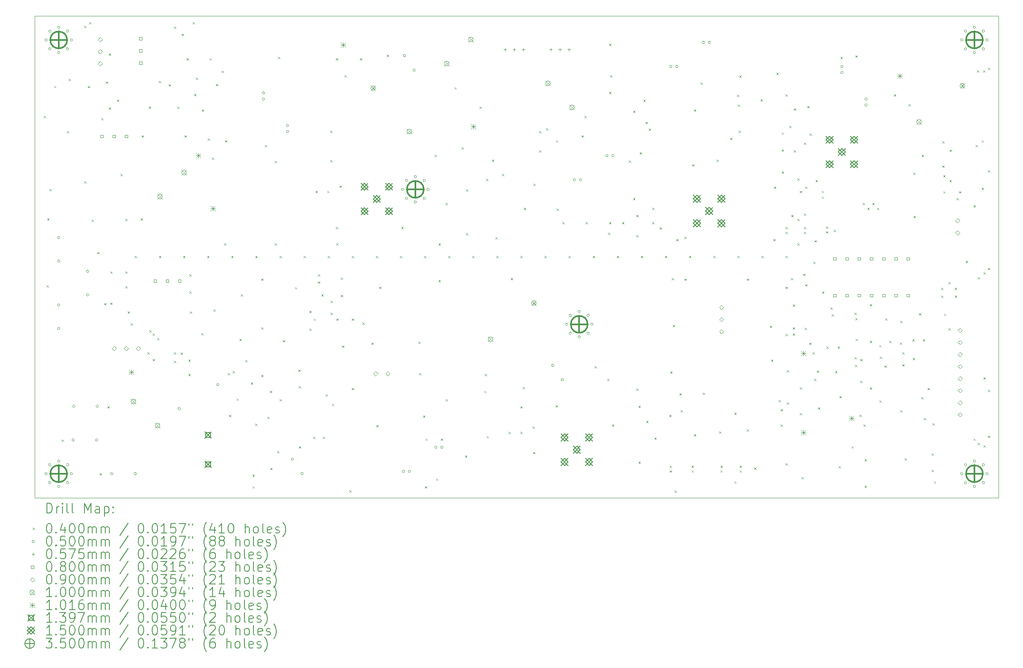
<source format=gbr>
%FSLAX45Y45*%
G04 Gerber Fmt 4.5, Leading zero omitted, Abs format (unit mm)*
G04 Created by KiCad (PCBNEW 6.0.2-378541a8eb~116~ubuntu20.04.1) date 2022-04-18 14:06:03*
%MOMM*%
%LPD*%
G01*
G04 APERTURE LIST*
%TA.AperFunction,Profile*%
%ADD10C,0.050000*%
%TD*%
%ADD11C,0.200000*%
%ADD12C,0.040000*%
%ADD13C,0.050000*%
%ADD14C,0.057500*%
%ADD15C,0.080000*%
%ADD16C,0.090000*%
%ADD17C,0.100000*%
%ADD18C,0.101600*%
%ADD19C,0.139700*%
%ADD20C,0.150000*%
%ADD21C,0.350000*%
G04 APERTURE END LIST*
D10*
X5000000Y-15000000D02*
X5000000Y-5000000D01*
X25000000Y-5000000D02*
X25000000Y-15000000D01*
X25000000Y-15000000D02*
X5000000Y-15000000D01*
X5000000Y-5000000D02*
X25000000Y-5000000D01*
D11*
D12*
X5190000Y-7080000D02*
X5230000Y-7120000D01*
X5230000Y-7080000D02*
X5190000Y-7120000D01*
X5250000Y-10590000D02*
X5290000Y-10630000D01*
X5290000Y-10590000D02*
X5250000Y-10630000D01*
X5260000Y-9200000D02*
X5300000Y-9240000D01*
X5300000Y-9200000D02*
X5260000Y-9240000D01*
X5310000Y-8590000D02*
X5350000Y-8630000D01*
X5350000Y-8590000D02*
X5310000Y-8630000D01*
X5405000Y-6455000D02*
X5445000Y-6495000D01*
X5445000Y-6455000D02*
X5405000Y-6495000D01*
X5560000Y-13790000D02*
X5600000Y-13830000D01*
X5600000Y-13790000D02*
X5560000Y-13830000D01*
X5670000Y-7390000D02*
X5710000Y-7430000D01*
X5710000Y-7390000D02*
X5670000Y-7430000D01*
X5705000Y-6305000D02*
X5745000Y-6345000D01*
X5745000Y-6305000D02*
X5705000Y-6345000D01*
X6030000Y-5205000D02*
X6070000Y-5245000D01*
X6070000Y-5205000D02*
X6030000Y-5245000D01*
X6030000Y-8430000D02*
X6070000Y-8470000D01*
X6070000Y-8430000D02*
X6030000Y-8470000D01*
X6105000Y-6455000D02*
X6145000Y-6495000D01*
X6145000Y-6455000D02*
X6105000Y-6495000D01*
X6130000Y-5130000D02*
X6170000Y-5170000D01*
X6170000Y-5130000D02*
X6130000Y-5170000D01*
X6180000Y-9230000D02*
X6220000Y-9270000D01*
X6220000Y-9230000D02*
X6180000Y-9270000D01*
X6300000Y-9900000D02*
X6340000Y-9940000D01*
X6340000Y-9900000D02*
X6300000Y-9940000D01*
X6350000Y-14490000D02*
X6390000Y-14530000D01*
X6390000Y-14490000D02*
X6350000Y-14530000D01*
X6380000Y-7120000D02*
X6420000Y-7160000D01*
X6420000Y-7120000D02*
X6380000Y-7160000D01*
X6440000Y-10960000D02*
X6480000Y-11000000D01*
X6480000Y-10960000D02*
X6440000Y-11000000D01*
X6473038Y-6361962D02*
X6513038Y-6401962D01*
X6513038Y-6361962D02*
X6473038Y-6401962D01*
X6510000Y-13100000D02*
X6550000Y-13140000D01*
X6550000Y-13100000D02*
X6510000Y-13140000D01*
X6540000Y-5780000D02*
X6580000Y-5820000D01*
X6580000Y-5780000D02*
X6540000Y-5820000D01*
X6540000Y-6900000D02*
X6580000Y-6940000D01*
X6580000Y-6900000D02*
X6540000Y-6940000D01*
X6570000Y-10300000D02*
X6610000Y-10340000D01*
X6610000Y-10300000D02*
X6570000Y-10340000D01*
X6570000Y-10950000D02*
X6610000Y-10990000D01*
X6610000Y-10950000D02*
X6570000Y-10990000D01*
X6710000Y-6740000D02*
X6750000Y-6780000D01*
X6750000Y-6740000D02*
X6710000Y-6780000D01*
X6780000Y-8280000D02*
X6820000Y-8320000D01*
X6820000Y-8280000D02*
X6780000Y-8320000D01*
X6880000Y-9210000D02*
X6920000Y-9250000D01*
X6920000Y-9210000D02*
X6880000Y-9250000D01*
X6880000Y-10300000D02*
X6920000Y-10340000D01*
X6920000Y-10300000D02*
X6880000Y-10340000D01*
X6880000Y-10610000D02*
X6920000Y-10650000D01*
X6920000Y-10610000D02*
X6880000Y-10650000D01*
X6930000Y-11130000D02*
X6970000Y-11170000D01*
X6970000Y-11130000D02*
X6930000Y-11170000D01*
X6990000Y-11380000D02*
X7030000Y-11420000D01*
X7030000Y-11380000D02*
X6990000Y-11420000D01*
X7080000Y-9980000D02*
X7120000Y-10020000D01*
X7120000Y-9980000D02*
X7080000Y-10020000D01*
X7200000Y-9200000D02*
X7240000Y-9240000D01*
X7240000Y-9200000D02*
X7200000Y-9240000D01*
X7220000Y-7480000D02*
X7260000Y-7520000D01*
X7260000Y-7480000D02*
X7220000Y-7520000D01*
X7340000Y-11980000D02*
X7380000Y-12020000D01*
X7380000Y-11980000D02*
X7340000Y-12020000D01*
X7370000Y-6880000D02*
X7410000Y-6920000D01*
X7410000Y-6880000D02*
X7370000Y-6920000D01*
X7379324Y-11519324D02*
X7419324Y-11559324D01*
X7419324Y-11519324D02*
X7379324Y-11559324D01*
X7450000Y-11590000D02*
X7490000Y-11630000D01*
X7490000Y-11590000D02*
X7450000Y-11630000D01*
X7450000Y-12120000D02*
X7490000Y-12160000D01*
X7490000Y-12120000D02*
X7450000Y-12160000D01*
X7540000Y-11680000D02*
X7580000Y-11720000D01*
X7580000Y-11680000D02*
X7540000Y-11720000D01*
X7577500Y-6347500D02*
X7617500Y-6387500D01*
X7617500Y-6347500D02*
X7577500Y-6387500D01*
X7580000Y-9980000D02*
X7620000Y-10020000D01*
X7620000Y-9980000D02*
X7580000Y-10020000D01*
X7780000Y-6420000D02*
X7820000Y-6460000D01*
X7820000Y-6420000D02*
X7780000Y-6460000D01*
X7890000Y-5220000D02*
X7930000Y-5260000D01*
X7930000Y-5220000D02*
X7890000Y-5260000D01*
X7890000Y-11980000D02*
X7930000Y-12020000D01*
X7930000Y-11980000D02*
X7890000Y-12020000D01*
X7890000Y-12160001D02*
X7930000Y-12200001D01*
X7930000Y-12160001D02*
X7890000Y-12200001D01*
X7960000Y-6880000D02*
X8000000Y-6920000D01*
X8000000Y-6880000D02*
X7960000Y-6920000D01*
X8030000Y-11990000D02*
X8070000Y-12030000D01*
X8070000Y-11990000D02*
X8030000Y-12030000D01*
X8050000Y-5370000D02*
X8090000Y-5410000D01*
X8090000Y-5370000D02*
X8050000Y-5410000D01*
X8080000Y-9980000D02*
X8120000Y-10020000D01*
X8120000Y-9980000D02*
X8080000Y-10020000D01*
X8110000Y-7480000D02*
X8150000Y-7520000D01*
X8150000Y-7480000D02*
X8110000Y-7520000D01*
X8150000Y-5880000D02*
X8190000Y-5920000D01*
X8190000Y-5880000D02*
X8150000Y-5920000D01*
X8189999Y-12430001D02*
X8229999Y-12470001D01*
X8229999Y-12430001D02*
X8189999Y-12470001D01*
X8190000Y-12130000D02*
X8230000Y-12170000D01*
X8230000Y-12130000D02*
X8190000Y-12170000D01*
X8210000Y-10360002D02*
X8250000Y-10400002D01*
X8250000Y-10360002D02*
X8210000Y-10400002D01*
X8210000Y-10720000D02*
X8250000Y-10760000D01*
X8250000Y-10720000D02*
X8210000Y-10760000D01*
X8220000Y-11130000D02*
X8260000Y-11170000D01*
X8260000Y-11130000D02*
X8220000Y-11170000D01*
X8280000Y-5130000D02*
X8320000Y-5170000D01*
X8320000Y-5130000D02*
X8280000Y-5170000D01*
X8310000Y-6620000D02*
X8350000Y-6660000D01*
X8350000Y-6620000D02*
X8310000Y-6660000D01*
X8350000Y-6280000D02*
X8390000Y-6320000D01*
X8390000Y-6280000D02*
X8350000Y-6320000D01*
X8460000Y-11580000D02*
X8500000Y-11620000D01*
X8500000Y-11580000D02*
X8460000Y-11620000D01*
X8470000Y-6940000D02*
X8510000Y-6980000D01*
X8510000Y-6940000D02*
X8470000Y-6980000D01*
X8580000Y-9980000D02*
X8620000Y-10020000D01*
X8620000Y-9980000D02*
X8580000Y-10020000D01*
X8590000Y-7540000D02*
X8630000Y-7580000D01*
X8630000Y-7540000D02*
X8590000Y-7580000D01*
X8630000Y-5880000D02*
X8670000Y-5920000D01*
X8670000Y-5880000D02*
X8630000Y-5920000D01*
X8680000Y-7940000D02*
X8720000Y-7980000D01*
X8720000Y-7940000D02*
X8680000Y-7980000D01*
X8710000Y-11090000D02*
X8750000Y-11130000D01*
X8750000Y-11090000D02*
X8710000Y-11130000D01*
X8763887Y-6411792D02*
X8803887Y-6451792D01*
X8803887Y-6411792D02*
X8763887Y-6451792D01*
X8880000Y-6140000D02*
X8920000Y-6180000D01*
X8920000Y-6140000D02*
X8880000Y-6180000D01*
X8930000Y-9720000D02*
X8970000Y-9760000D01*
X8970000Y-9720000D02*
X8930000Y-9760000D01*
X8950000Y-7580000D02*
X8990000Y-7620000D01*
X8990000Y-7580000D02*
X8950000Y-7620000D01*
X9010000Y-12410000D02*
X9050000Y-12450000D01*
X9050000Y-12410000D02*
X9010000Y-12450000D01*
X9030000Y-13280000D02*
X9070000Y-13320000D01*
X9070000Y-13280000D02*
X9030000Y-13320000D01*
X9080000Y-9980000D02*
X9120000Y-10020000D01*
X9120000Y-9980000D02*
X9080000Y-10020000D01*
X9110000Y-12370000D02*
X9150000Y-12410000D01*
X9150000Y-12370000D02*
X9110000Y-12410000D01*
X9190000Y-12940000D02*
X9230000Y-12980000D01*
X9230000Y-12940000D02*
X9190000Y-12980000D01*
X9250000Y-11702500D02*
X9290000Y-11742500D01*
X9290000Y-11702500D02*
X9250000Y-11742500D01*
X9280000Y-10780000D02*
X9320000Y-10820000D01*
X9320000Y-10780000D02*
X9280000Y-10820000D01*
X9370000Y-12140000D02*
X9410000Y-12180000D01*
X9410000Y-12140000D02*
X9370000Y-12180000D01*
X9485050Y-12605000D02*
X9525050Y-12645000D01*
X9525050Y-12605000D02*
X9485050Y-12645000D01*
X9520000Y-14520000D02*
X9560000Y-14560000D01*
X9560000Y-14520000D02*
X9520000Y-14560000D01*
X9520000Y-14760000D02*
X9560000Y-14800000D01*
X9560000Y-14760000D02*
X9520000Y-14800000D01*
X9577000Y-13463000D02*
X9617000Y-13503000D01*
X9617000Y-13463000D02*
X9577000Y-13503000D01*
X9580000Y-9980000D02*
X9620000Y-10020000D01*
X9620000Y-9980000D02*
X9580000Y-10020000D01*
X9700000Y-10450002D02*
X9740000Y-10490002D01*
X9740000Y-10450002D02*
X9700000Y-10490002D01*
X9700000Y-11460000D02*
X9740000Y-11500000D01*
X9740000Y-11460000D02*
X9700000Y-11500000D01*
X9700000Y-12450000D02*
X9740000Y-12490000D01*
X9740000Y-12450000D02*
X9700000Y-12490000D01*
X9780000Y-7680000D02*
X9820000Y-7720000D01*
X9820000Y-7680000D02*
X9780000Y-7720000D01*
X9830000Y-13320000D02*
X9870000Y-13360000D01*
X9870000Y-13320000D02*
X9830000Y-13360000D01*
X9880000Y-12780000D02*
X9920000Y-12820000D01*
X9920000Y-12780000D02*
X9880000Y-12820000D01*
X9890000Y-14380000D02*
X9930000Y-14420000D01*
X9930000Y-14380000D02*
X9890000Y-14420000D01*
X9980000Y-8010000D02*
X10020000Y-8050000D01*
X10020000Y-8010000D02*
X9980000Y-8050000D01*
X9980000Y-9720000D02*
X10020000Y-9760000D01*
X10020000Y-9720000D02*
X9980000Y-9760000D01*
X10030000Y-14030000D02*
X10070000Y-14070000D01*
X10070000Y-14030000D02*
X10030000Y-14070000D01*
X10050000Y-5850000D02*
X10090000Y-5890000D01*
X10090000Y-5850000D02*
X10050000Y-5890000D01*
X10080000Y-9980000D02*
X10120000Y-10020000D01*
X10120000Y-9980000D02*
X10080000Y-10020000D01*
X10080000Y-12950000D02*
X10120000Y-12990000D01*
X10120000Y-12950000D02*
X10080000Y-12990000D01*
X10150000Y-11730000D02*
X10190000Y-11770000D01*
X10190000Y-11730000D02*
X10150000Y-11770000D01*
X10400000Y-10630000D02*
X10440000Y-10670000D01*
X10440000Y-10630000D02*
X10400000Y-10670000D01*
X10470000Y-12340000D02*
X10510000Y-12380000D01*
X10510000Y-12340000D02*
X10470000Y-12380000D01*
X10480000Y-12680000D02*
X10520000Y-12720000D01*
X10520000Y-12680000D02*
X10480000Y-12720000D01*
X10480000Y-13930000D02*
X10520000Y-13970000D01*
X10520000Y-13930000D02*
X10480000Y-13970000D01*
X10580000Y-9980000D02*
X10620000Y-10020000D01*
X10620000Y-9980000D02*
X10580000Y-10020000D01*
X10700000Y-11120000D02*
X10740000Y-11160000D01*
X10740000Y-11120000D02*
X10700000Y-11160000D01*
X10700000Y-11490000D02*
X10740000Y-11530000D01*
X10740000Y-11490000D02*
X10700000Y-11530000D01*
X10780000Y-13730000D02*
X10820000Y-13770000D01*
X10820000Y-13730000D02*
X10780000Y-13770000D01*
X10790000Y-11280000D02*
X10830000Y-11320000D01*
X10830000Y-11280000D02*
X10790000Y-11320000D01*
X10830000Y-8630000D02*
X10870000Y-8670000D01*
X10870000Y-8630000D02*
X10830000Y-8670000D01*
X10880000Y-10360002D02*
X10920000Y-10400002D01*
X10920000Y-10360002D02*
X10880000Y-10400002D01*
X10880000Y-10510000D02*
X10920000Y-10550000D01*
X10920000Y-10510000D02*
X10880000Y-10550000D01*
X10950000Y-10777000D02*
X10990000Y-10817000D01*
X10990000Y-10777000D02*
X10950000Y-10817000D01*
X10980000Y-13730000D02*
X11020000Y-13770000D01*
X11020000Y-13730000D02*
X10980000Y-13770000D01*
X11040000Y-12850000D02*
X11080000Y-12890000D01*
X11080000Y-12850000D02*
X11040000Y-12890000D01*
X11070000Y-8630000D02*
X11110000Y-8670000D01*
X11110000Y-8630000D02*
X11070000Y-8670000D01*
X11080000Y-9980000D02*
X11120000Y-10020000D01*
X11120000Y-9980000D02*
X11080000Y-10020000D01*
X11130000Y-7380000D02*
X11170000Y-7420000D01*
X11170000Y-7380000D02*
X11130000Y-7420000D01*
X11130000Y-7990000D02*
X11170000Y-8030000D01*
X11170000Y-7990000D02*
X11130000Y-8030000D01*
X11140000Y-10910000D02*
X11180000Y-10950000D01*
X11180000Y-10910000D02*
X11140000Y-10950000D01*
X11140000Y-11160000D02*
X11180000Y-11200000D01*
X11180000Y-11160000D02*
X11140000Y-11200000D01*
X11170000Y-13050000D02*
X11210000Y-13090000D01*
X11210000Y-13050000D02*
X11170000Y-13090000D01*
X11250000Y-5880000D02*
X11290000Y-5920000D01*
X11290000Y-5880000D02*
X11250000Y-5920000D01*
X11250000Y-9380000D02*
X11290000Y-9420000D01*
X11290000Y-9380000D02*
X11250000Y-9420000D01*
X11260000Y-9720000D02*
X11300000Y-9760000D01*
X11300000Y-9720000D02*
X11260000Y-9760000D01*
X11260000Y-11280000D02*
X11300000Y-11320000D01*
X11300000Y-11280000D02*
X11260000Y-11320000D01*
X11330000Y-8520000D02*
X11370000Y-8560000D01*
X11370000Y-8520000D02*
X11330000Y-8560000D01*
X11350000Y-10430002D02*
X11390000Y-10470002D01*
X11390000Y-10430002D02*
X11350000Y-10470002D01*
X11350000Y-10790000D02*
X11390000Y-10830000D01*
X11390000Y-10790000D02*
X11350000Y-10830000D01*
X11380000Y-11840000D02*
X11420000Y-11880000D01*
X11420000Y-11840000D02*
X11380000Y-11880000D01*
X11430000Y-6230000D02*
X11470000Y-6270000D01*
X11470000Y-6230000D02*
X11430000Y-6270000D01*
X11530000Y-14840000D02*
X11570000Y-14880000D01*
X11570000Y-14840000D02*
X11530000Y-14880000D01*
X11580000Y-9980000D02*
X11620000Y-10020000D01*
X11620000Y-9980000D02*
X11580000Y-10020000D01*
X11580000Y-11280000D02*
X11620000Y-11320000D01*
X11620000Y-11280000D02*
X11580000Y-11320000D01*
X11580000Y-12720000D02*
X11620000Y-12760000D01*
X11620000Y-12720000D02*
X11580000Y-12760000D01*
X11750000Y-5880000D02*
X11790000Y-5920000D01*
X11790000Y-5880000D02*
X11750000Y-5920000D01*
X11800000Y-11360000D02*
X11840000Y-11400000D01*
X11840000Y-11360000D02*
X11800000Y-11400000D01*
X11990000Y-11780000D02*
X12030000Y-11820000D01*
X12030000Y-11780000D02*
X11990000Y-11820000D01*
X12080000Y-9980000D02*
X12120000Y-10020000D01*
X12120000Y-9980000D02*
X12080000Y-10020000D01*
X12090000Y-13490000D02*
X12130000Y-13530000D01*
X12130000Y-13490000D02*
X12090000Y-13530000D01*
X12150000Y-10620000D02*
X12190000Y-10660000D01*
X12190000Y-10620000D02*
X12150000Y-10660000D01*
X12305000Y-5805000D02*
X12345000Y-5845000D01*
X12345000Y-5805000D02*
X12305000Y-5845000D01*
X12580000Y-9980000D02*
X12620000Y-10020000D01*
X12620000Y-9980000D02*
X12580000Y-10020000D01*
X12610000Y-9380000D02*
X12650000Y-9420000D01*
X12650000Y-9380000D02*
X12610000Y-9420000D01*
X12960000Y-11760000D02*
X13000000Y-11800000D01*
X13000000Y-11760000D02*
X12960000Y-11800000D01*
X12980000Y-12410000D02*
X13020000Y-12450000D01*
X13020000Y-12410000D02*
X12980000Y-12450000D01*
X13060000Y-13290000D02*
X13100000Y-13330000D01*
X13100000Y-13290000D02*
X13060000Y-13330000D01*
X13080000Y-9980000D02*
X13120000Y-10020000D01*
X13120000Y-9980000D02*
X13080000Y-10020000D01*
X13100000Y-14759999D02*
X13140000Y-14799999D01*
X13140000Y-14759999D02*
X13100000Y-14799999D01*
X13110000Y-13770000D02*
X13150000Y-13810000D01*
X13150000Y-13770000D02*
X13110000Y-13810000D01*
X13300000Y-7880000D02*
X13340000Y-7920000D01*
X13340000Y-7880000D02*
X13300000Y-7920000D01*
X13330000Y-14600000D02*
X13370000Y-14640000D01*
X13370000Y-14600000D02*
X13330000Y-14640000D01*
X13380000Y-9720000D02*
X13420000Y-9760000D01*
X13420000Y-9720000D02*
X13380000Y-9760000D01*
X13380000Y-10480000D02*
X13420000Y-10520000D01*
X13420000Y-10480000D02*
X13380000Y-10520000D01*
X13430000Y-13770000D02*
X13470000Y-13810000D01*
X13470000Y-13770000D02*
X13430000Y-13810000D01*
X13530000Y-8880000D02*
X13570000Y-8920000D01*
X13570000Y-8880000D02*
X13530000Y-8920000D01*
X13530000Y-12950000D02*
X13570000Y-12990000D01*
X13570000Y-12950000D02*
X13530000Y-12990000D01*
X13580000Y-9980000D02*
X13620000Y-10020000D01*
X13620000Y-9980000D02*
X13580000Y-10020000D01*
X13710000Y-6480000D02*
X13750000Y-6520000D01*
X13750000Y-6480000D02*
X13710000Y-6520000D01*
X13860001Y-7730000D02*
X13900001Y-7770000D01*
X13900001Y-7730000D02*
X13860001Y-7770000D01*
X13930000Y-14120000D02*
X13970000Y-14160000D01*
X13970000Y-14120000D02*
X13930000Y-14160000D01*
X13950000Y-8600000D02*
X13990000Y-8640000D01*
X13990000Y-8600000D02*
X13950000Y-8640000D01*
X13950000Y-9510000D02*
X13990000Y-9550000D01*
X13990000Y-9510000D02*
X13950000Y-9550000D01*
X14080000Y-9980000D02*
X14120000Y-10020000D01*
X14120000Y-9980000D02*
X14080000Y-10020000D01*
X14230000Y-6880000D02*
X14270000Y-6920000D01*
X14270000Y-6880000D02*
X14230000Y-6920000D01*
X14330000Y-12780000D02*
X14370000Y-12820000D01*
X14370000Y-12780000D02*
X14330000Y-12820000D01*
X14340000Y-12430000D02*
X14380000Y-12470000D01*
X14380000Y-12430000D02*
X14340000Y-12470000D01*
X14370000Y-8380000D02*
X14410000Y-8420000D01*
X14410000Y-8380000D02*
X14370000Y-8420000D01*
X14380000Y-13720000D02*
X14420000Y-13760000D01*
X14420000Y-13720000D02*
X14380000Y-13760000D01*
X14490000Y-7980000D02*
X14530000Y-8020000D01*
X14530000Y-7980000D02*
X14490000Y-8020000D01*
X14560000Y-9590000D02*
X14600000Y-9630000D01*
X14600000Y-9590000D02*
X14560000Y-9630000D01*
X14580000Y-9980000D02*
X14620000Y-10020000D01*
X14620000Y-9980000D02*
X14580000Y-10020000D01*
X14700000Y-8280000D02*
X14740000Y-8320000D01*
X14740000Y-8280000D02*
X14700000Y-8320000D01*
X14830000Y-13630000D02*
X14870000Y-13670000D01*
X14870000Y-13630000D02*
X14830000Y-13670000D01*
X14880000Y-10440000D02*
X14920000Y-10480000D01*
X14920000Y-10440000D02*
X14880000Y-10480000D01*
X15080000Y-9980000D02*
X15120000Y-10020000D01*
X15120000Y-9980000D02*
X15080000Y-10020000D01*
X15080000Y-13100000D02*
X15120000Y-13140000D01*
X15120000Y-13100000D02*
X15080000Y-13140000D01*
X15080000Y-13630000D02*
X15120000Y-13670000D01*
X15120000Y-13630000D02*
X15080000Y-13670000D01*
X15130000Y-12700000D02*
X15170000Y-12740000D01*
X15170000Y-12700000D02*
X15130000Y-12740000D01*
X15150000Y-8980000D02*
X15190000Y-9020000D01*
X15190000Y-8980000D02*
X15150000Y-9020000D01*
X15330000Y-13520000D02*
X15370000Y-13560000D01*
X15370000Y-13520000D02*
X15330000Y-13560000D01*
X15340000Y-14050000D02*
X15380000Y-14090000D01*
X15380000Y-14050000D02*
X15340000Y-14090000D01*
X15349999Y-8480000D02*
X15389999Y-8520000D01*
X15389999Y-8480000D02*
X15349999Y-8520000D01*
X15470000Y-7390000D02*
X15510000Y-7430000D01*
X15510000Y-7390000D02*
X15470000Y-7430000D01*
X15470000Y-7790000D02*
X15510000Y-7830000D01*
X15510000Y-7790000D02*
X15470000Y-7830000D01*
X15580000Y-9980000D02*
X15620000Y-10020000D01*
X15620000Y-9980000D02*
X15580000Y-10020000D01*
X15610000Y-7330000D02*
X15650000Y-7370000D01*
X15650000Y-7330000D02*
X15610000Y-7370000D01*
X15810000Y-13080000D02*
X15850000Y-13120000D01*
X15850000Y-13080000D02*
X15810000Y-13120000D01*
X15820000Y-7580000D02*
X15860000Y-7620000D01*
X15860000Y-7580000D02*
X15820000Y-7620000D01*
X15830000Y-9000000D02*
X15870000Y-9040000D01*
X15870000Y-9000000D02*
X15830000Y-9040000D01*
X15950000Y-9280000D02*
X15990000Y-9320000D01*
X15990000Y-9280000D02*
X15950000Y-9320000D01*
X16080000Y-9980000D02*
X16120000Y-10020000D01*
X16120000Y-9980000D02*
X16080000Y-10020000D01*
X16350000Y-7480000D02*
X16390000Y-7520000D01*
X16390000Y-7480000D02*
X16350000Y-7520000D01*
X16410000Y-7080000D02*
X16450000Y-7120000D01*
X16450000Y-7080000D02*
X16410000Y-7120000D01*
X16430000Y-9280000D02*
X16470000Y-9320000D01*
X16470000Y-9280000D02*
X16430000Y-9320000D01*
X16580000Y-9980000D02*
X16620000Y-10020000D01*
X16620000Y-9980000D02*
X16580000Y-10020000D01*
X16620000Y-12270000D02*
X16660000Y-12310000D01*
X16660000Y-12270000D02*
X16620000Y-12310000D01*
X16880000Y-12530000D02*
X16920000Y-12570000D01*
X16920000Y-12530000D02*
X16880000Y-12570000D01*
X16900000Y-9500000D02*
X16940000Y-9540000D01*
X16940000Y-9500000D02*
X16900000Y-9540000D01*
X16920000Y-5580000D02*
X16960000Y-5620000D01*
X16960000Y-5580000D02*
X16920000Y-5620000D01*
X16920000Y-6580000D02*
X16960000Y-6620000D01*
X16960000Y-6580000D02*
X16920000Y-6620000D01*
X16920000Y-9280000D02*
X16960000Y-9320000D01*
X16960000Y-9280000D02*
X16920000Y-9320000D01*
X16940000Y-6230000D02*
X16980000Y-6270000D01*
X16980000Y-6230000D02*
X16940000Y-6270000D01*
X16980000Y-13480000D02*
X17020000Y-13520000D01*
X17020000Y-13480000D02*
X16980000Y-13520000D01*
X17080000Y-9980000D02*
X17120000Y-10020000D01*
X17120000Y-9980000D02*
X17080000Y-10020000D01*
X17190000Y-9280000D02*
X17230000Y-9320000D01*
X17230000Y-9280000D02*
X17190000Y-9320000D01*
X17330000Y-8000000D02*
X17370000Y-8040000D01*
X17370000Y-8000000D02*
X17330000Y-8040000D01*
X17420000Y-6970000D02*
X17460000Y-7010000D01*
X17460000Y-6970000D02*
X17420000Y-7010000D01*
X17420000Y-8780000D02*
X17460000Y-8820000D01*
X17460000Y-8780000D02*
X17420000Y-8820000D01*
X17480000Y-9130000D02*
X17520000Y-9170000D01*
X17520000Y-9130000D02*
X17480000Y-9170000D01*
X17480000Y-9550146D02*
X17520000Y-9590146D01*
X17520000Y-9550146D02*
X17480000Y-9590146D01*
X17480000Y-12730000D02*
X17520000Y-12770000D01*
X17520000Y-12730000D02*
X17480000Y-12770000D01*
X17530000Y-13090000D02*
X17570000Y-13130000D01*
X17570000Y-13090000D02*
X17530000Y-13130000D01*
X17530000Y-14250000D02*
X17570000Y-14290000D01*
X17570000Y-14250000D02*
X17530000Y-14290000D01*
X17555000Y-7830000D02*
X17595000Y-7870000D01*
X17595000Y-7830000D02*
X17555000Y-7870000D01*
X17580000Y-9980000D02*
X17620000Y-10020000D01*
X17620000Y-9980000D02*
X17580000Y-10020000D01*
X17630000Y-6740000D02*
X17670000Y-6780000D01*
X17670000Y-6740000D02*
X17630000Y-6780000D01*
X17680000Y-7200000D02*
X17720000Y-7240000D01*
X17720000Y-7200000D02*
X17680000Y-7240000D01*
X17690000Y-13400000D02*
X17730000Y-13440000D01*
X17730000Y-13400000D02*
X17690000Y-13440000D01*
X17740000Y-7340000D02*
X17780000Y-7380000D01*
X17780000Y-7340000D02*
X17740000Y-7380000D01*
X17810000Y-8980000D02*
X17850000Y-9020000D01*
X17850000Y-8980000D02*
X17810000Y-9020000D01*
X17810000Y-9280000D02*
X17850000Y-9320000D01*
X17850000Y-9280000D02*
X17810000Y-9320000D01*
X17860000Y-13750000D02*
X17900000Y-13790000D01*
X17900000Y-13750000D02*
X17860000Y-13790000D01*
X17970000Y-9390000D02*
X18010000Y-9430000D01*
X18010000Y-9390000D02*
X17970000Y-9430000D01*
X18080000Y-9980000D02*
X18120000Y-10020000D01*
X18120000Y-9980000D02*
X18080000Y-10020000D01*
X18170000Y-13280000D02*
X18210000Y-13320000D01*
X18210000Y-13280000D02*
X18170000Y-13320000D01*
X18180000Y-14330000D02*
X18220000Y-14370000D01*
X18220000Y-14330000D02*
X18180000Y-14370000D01*
X18180000Y-14430000D02*
X18220000Y-14470000D01*
X18220000Y-14430000D02*
X18180000Y-14470000D01*
X18190000Y-12380000D02*
X18230000Y-12420000D01*
X18230000Y-12380000D02*
X18190000Y-12420000D01*
X18220000Y-10440000D02*
X18260000Y-10480000D01*
X18260000Y-10440000D02*
X18220000Y-10480000D01*
X18240000Y-11410000D02*
X18280000Y-11450000D01*
X18280000Y-11410000D02*
X18240000Y-11450000D01*
X18280000Y-14850001D02*
X18320000Y-14890001D01*
X18320000Y-14850001D02*
X18280000Y-14890001D01*
X18310000Y-9630050D02*
X18350000Y-9670050D01*
X18350000Y-9630050D02*
X18310000Y-9670050D01*
X18380000Y-12830000D02*
X18420000Y-12870000D01*
X18420000Y-12830000D02*
X18380000Y-12870000D01*
X18405000Y-13180000D02*
X18445000Y-13220000D01*
X18445000Y-13180000D02*
X18405000Y-13220000D01*
X18480000Y-9585050D02*
X18520000Y-9625050D01*
X18520000Y-9585050D02*
X18480000Y-9625050D01*
X18480000Y-10450000D02*
X18520000Y-10490000D01*
X18520000Y-10450000D02*
X18480000Y-10490000D01*
X18580000Y-9980000D02*
X18620000Y-10020000D01*
X18620000Y-9980000D02*
X18580000Y-10020000D01*
X18630000Y-14330000D02*
X18670000Y-14370000D01*
X18670000Y-14330000D02*
X18630000Y-14370000D01*
X18630000Y-14430000D02*
X18670000Y-14470000D01*
X18670000Y-14430000D02*
X18630000Y-14470000D01*
X18640000Y-8080000D02*
X18680000Y-8120000D01*
X18680000Y-8080000D02*
X18640000Y-8120000D01*
X18680000Y-6940000D02*
X18720000Y-6980000D01*
X18720000Y-6940000D02*
X18680000Y-6980000D01*
X18680000Y-13680000D02*
X18720000Y-13720000D01*
X18720000Y-13680000D02*
X18680000Y-13720000D01*
X18820000Y-6380000D02*
X18860000Y-6420000D01*
X18860000Y-6380000D02*
X18820000Y-6420000D01*
X18860000Y-12820000D02*
X18900000Y-12860000D01*
X18900000Y-12820000D02*
X18860000Y-12860000D01*
X19080000Y-9980000D02*
X19120000Y-10020000D01*
X19120000Y-9980000D02*
X19080000Y-10020000D01*
X19150000Y-7980000D02*
X19190000Y-8020000D01*
X19190000Y-7980000D02*
X19150000Y-8020000D01*
X19200000Y-13620000D02*
X19240000Y-13660000D01*
X19240000Y-13620000D02*
X19200000Y-13660000D01*
X19230000Y-14330000D02*
X19270000Y-14370000D01*
X19270000Y-14330000D02*
X19230000Y-14370000D01*
X19230000Y-14430000D02*
X19270000Y-14470000D01*
X19270000Y-14430000D02*
X19230000Y-14470000D01*
X19430000Y-7530000D02*
X19470000Y-7570000D01*
X19470000Y-7530000D02*
X19430000Y-7570000D01*
X19520000Y-13230000D02*
X19560000Y-13270000D01*
X19560000Y-13230000D02*
X19520000Y-13270000D01*
X19520000Y-14660000D02*
X19560000Y-14700000D01*
X19560000Y-14660000D02*
X19520000Y-14700000D01*
X19575000Y-6635000D02*
X19615000Y-6675000D01*
X19615000Y-6635000D02*
X19575000Y-6675000D01*
X19580000Y-9980000D02*
X19620000Y-10020000D01*
X19620000Y-9980000D02*
X19580000Y-10020000D01*
X19590000Y-6840000D02*
X19630000Y-6880000D01*
X19630000Y-6840000D02*
X19590000Y-6880000D01*
X19610000Y-7380000D02*
X19650000Y-7420000D01*
X19650000Y-7380000D02*
X19610000Y-7420000D01*
X19620000Y-6240000D02*
X19660000Y-6280000D01*
X19660000Y-6240000D02*
X19620000Y-6280000D01*
X19630000Y-14330000D02*
X19670000Y-14370000D01*
X19670000Y-14330000D02*
X19630000Y-14370000D01*
X19630000Y-14430000D02*
X19670000Y-14470000D01*
X19670000Y-14430000D02*
X19630000Y-14470000D01*
X19780000Y-10450000D02*
X19820000Y-10490000D01*
X19820000Y-10450000D02*
X19780000Y-10490000D01*
X19780000Y-13580000D02*
X19820000Y-13620000D01*
X19820000Y-13580000D02*
X19780000Y-13620000D01*
X19930000Y-14370000D02*
X19970000Y-14410000D01*
X19970000Y-14370000D02*
X19930000Y-14410000D01*
X20060000Y-6730000D02*
X20100000Y-6770000D01*
X20100000Y-6730000D02*
X20060000Y-6770000D01*
X20080000Y-9980000D02*
X20120000Y-10020000D01*
X20120000Y-9980000D02*
X20080000Y-10020000D01*
X20255000Y-11430000D02*
X20295000Y-11470000D01*
X20295000Y-11430000D02*
X20255000Y-11470000D01*
X20280000Y-12130000D02*
X20320000Y-12170000D01*
X20320000Y-12130000D02*
X20280000Y-12170000D01*
X20330000Y-9630050D02*
X20370000Y-9670050D01*
X20370000Y-9630050D02*
X20330000Y-9670050D01*
X20340000Y-8540000D02*
X20380000Y-8580000D01*
X20380000Y-8540000D02*
X20340000Y-8580000D01*
X20390000Y-6180000D02*
X20430000Y-6220000D01*
X20430000Y-6180000D02*
X20390000Y-6220000D01*
X20440000Y-12970000D02*
X20480000Y-13010000D01*
X20480000Y-12970000D02*
X20440000Y-13010000D01*
X20480000Y-13160000D02*
X20520000Y-13200000D01*
X20520000Y-13160000D02*
X20480000Y-13200000D01*
X20480000Y-13480000D02*
X20520000Y-13520000D01*
X20520000Y-13480000D02*
X20480000Y-13520000D01*
X20500000Y-7420000D02*
X20540000Y-7460000D01*
X20540000Y-7420000D02*
X20500000Y-7460000D01*
X20500000Y-7770000D02*
X20540000Y-7810000D01*
X20540000Y-7770000D02*
X20500000Y-7810000D01*
X20500000Y-8230000D02*
X20540000Y-8270000D01*
X20540000Y-8230000D02*
X20500000Y-8270000D01*
X20580000Y-6630000D02*
X20620000Y-6670000D01*
X20620000Y-6630000D02*
X20580000Y-6670000D01*
X20580000Y-9380000D02*
X20620000Y-9420000D01*
X20620000Y-9380000D02*
X20580000Y-9420000D01*
X20580000Y-9480000D02*
X20620000Y-9520000D01*
X20620000Y-9480000D02*
X20580000Y-9520000D01*
X20580000Y-9980000D02*
X20620000Y-10020000D01*
X20620000Y-9980000D02*
X20580000Y-10020000D01*
X20580000Y-10620000D02*
X20620000Y-10660000D01*
X20620000Y-10620000D02*
X20580000Y-10660000D01*
X20580000Y-11600000D02*
X20620000Y-11640000D01*
X20620000Y-11600000D02*
X20580000Y-11640000D01*
X20580000Y-14280000D02*
X20620000Y-14320000D01*
X20620000Y-14280000D02*
X20580000Y-14320000D01*
X20610000Y-12350000D02*
X20650000Y-12390000D01*
X20650000Y-12350000D02*
X20610000Y-12390000D01*
X20610000Y-13020000D02*
X20650000Y-13060000D01*
X20650000Y-13020000D02*
X20610000Y-13060000D01*
X20660000Y-7280000D02*
X20700000Y-7320000D01*
X20700000Y-7280000D02*
X20660000Y-7320000D01*
X20690000Y-10440000D02*
X20730000Y-10480000D01*
X20730000Y-10440000D02*
X20690000Y-10480000D01*
X20700000Y-9130000D02*
X20740000Y-9170000D01*
X20740000Y-9130000D02*
X20700000Y-9170000D01*
X20730000Y-10990000D02*
X20770000Y-11030000D01*
X20770000Y-10990000D02*
X20730000Y-11030000D01*
X20730000Y-11460000D02*
X20770000Y-11500000D01*
X20770000Y-11460000D02*
X20730000Y-11500000D01*
X20730000Y-11590000D02*
X20770000Y-11630000D01*
X20770000Y-11590000D02*
X20730000Y-11630000D01*
X20750000Y-6920000D02*
X20790000Y-6960000D01*
X20790000Y-6920000D02*
X20750000Y-6960000D01*
X20750000Y-7790000D02*
X20790000Y-7830000D01*
X20790000Y-7790000D02*
X20750000Y-7830000D01*
X20830000Y-8370000D02*
X20870000Y-8410000D01*
X20870000Y-8370000D02*
X20830000Y-8410000D01*
X20830000Y-9210000D02*
X20870000Y-9250000D01*
X20870000Y-9210000D02*
X20830000Y-9250000D01*
X20830000Y-9720000D02*
X20870000Y-9760000D01*
X20870000Y-9720000D02*
X20830000Y-9760000D01*
X20880000Y-8630000D02*
X20920000Y-8670000D01*
X20920000Y-8630000D02*
X20880000Y-8670000D01*
X20880000Y-12710000D02*
X20920000Y-12750000D01*
X20920000Y-12710000D02*
X20880000Y-12750000D01*
X20880000Y-13240000D02*
X20920000Y-13280000D01*
X20920000Y-13240000D02*
X20880000Y-13280000D01*
X20910000Y-14570000D02*
X20950000Y-14610000D01*
X20950000Y-14570000D02*
X20910000Y-14610000D01*
X20947237Y-10350004D02*
X20987237Y-10390004D01*
X20987237Y-10350004D02*
X20947237Y-10390004D01*
X20960000Y-7630000D02*
X21000000Y-7670000D01*
X21000000Y-7630000D02*
X20960000Y-7670000D01*
X20960000Y-9100000D02*
X21000000Y-9140000D01*
X21000000Y-9100000D02*
X20960000Y-9140000D01*
X20960000Y-9380000D02*
X21000000Y-9420000D01*
X21000000Y-9380000D02*
X20960000Y-9420000D01*
X20960000Y-9480000D02*
X21000000Y-9520000D01*
X21000000Y-9480000D02*
X20960000Y-9520000D01*
X20980000Y-11470000D02*
X21020000Y-11510000D01*
X21020000Y-11470000D02*
X20980000Y-11510000D01*
X20990000Y-8540000D02*
X21030000Y-8580000D01*
X21030000Y-8540000D02*
X20990000Y-8580000D01*
X20990000Y-10570006D02*
X21030000Y-10610006D01*
X21030000Y-10570006D02*
X20990000Y-10610006D01*
X21030000Y-6870000D02*
X21070000Y-6910000D01*
X21070000Y-6870000D02*
X21030000Y-6910000D01*
X21070000Y-11780000D02*
X21110000Y-11820000D01*
X21110000Y-11780000D02*
X21070000Y-11820000D01*
X21080000Y-7440000D02*
X21120000Y-7480000D01*
X21120000Y-7440000D02*
X21080000Y-7480000D01*
X21140000Y-11980000D02*
X21180000Y-12020000D01*
X21180000Y-11980000D02*
X21140000Y-12020000D01*
X21160000Y-10100000D02*
X21200000Y-10140000D01*
X21200000Y-10100000D02*
X21160000Y-10140000D01*
X21172500Y-12527500D02*
X21212500Y-12567500D01*
X21212500Y-12527500D02*
X21172500Y-12567500D01*
X21180050Y-9655000D02*
X21220050Y-9695000D01*
X21220050Y-9655000D02*
X21180050Y-9695000D01*
X21205000Y-8405000D02*
X21245000Y-8445000D01*
X21245000Y-8405000D02*
X21205000Y-8445000D01*
X21230000Y-12360000D02*
X21270000Y-12400000D01*
X21270000Y-12360000D02*
X21230000Y-12400000D01*
X21255000Y-13120000D02*
X21295000Y-13160000D01*
X21295000Y-13120000D02*
X21255000Y-13160000D01*
X21330000Y-8630000D02*
X21370000Y-8670000D01*
X21370000Y-8630000D02*
X21330000Y-8670000D01*
X21330000Y-8750000D02*
X21370000Y-8790000D01*
X21370000Y-8750000D02*
X21330000Y-8790000D01*
X21340000Y-10720000D02*
X21380000Y-10760000D01*
X21380000Y-10720000D02*
X21340000Y-10760000D01*
X21420000Y-9370000D02*
X21460000Y-9410000D01*
X21460000Y-9370000D02*
X21420000Y-9410000D01*
X21420000Y-9470000D02*
X21460000Y-9510000D01*
X21460000Y-9470000D02*
X21420000Y-9510000D01*
X21430000Y-11860001D02*
X21470000Y-11900001D01*
X21470000Y-11860001D02*
X21430000Y-11900001D01*
X21510000Y-11050000D02*
X21550000Y-11090000D01*
X21550000Y-11050000D02*
X21510000Y-11090000D01*
X21540000Y-11190000D02*
X21580000Y-11230000D01*
X21580000Y-11190000D02*
X21540000Y-11230000D01*
X21580000Y-9440000D02*
X21620000Y-9480000D01*
X21620000Y-9440000D02*
X21580000Y-9480000D01*
X21610000Y-12370000D02*
X21650000Y-12410000D01*
X21650000Y-12370000D02*
X21610000Y-12410000D01*
X21660000Y-11860001D02*
X21700000Y-11900001D01*
X21700000Y-11860001D02*
X21660000Y-11900001D01*
X21680000Y-14340000D02*
X21720000Y-14380000D01*
X21720000Y-14340000D02*
X21680000Y-14380000D01*
X21700000Y-12890000D02*
X21740000Y-12930000D01*
X21740000Y-12890000D02*
X21700000Y-12930000D01*
X21720000Y-5850000D02*
X21760000Y-5890000D01*
X21760000Y-5850000D02*
X21720000Y-5890000D01*
X21950000Y-13930000D02*
X21990000Y-13970000D01*
X21990000Y-13930000D02*
X21950000Y-13970000D01*
X22010000Y-11160000D02*
X22050000Y-11200000D01*
X22050000Y-11160000D02*
X22010000Y-11200000D01*
X22010000Y-12080000D02*
X22050000Y-12120000D01*
X22050000Y-12080000D02*
X22010000Y-12120000D01*
X22018541Y-12243711D02*
X22058541Y-12283711D01*
X22058541Y-12243711D02*
X22018541Y-12283711D01*
X22030000Y-5820000D02*
X22070000Y-5860000D01*
X22070000Y-5820000D02*
X22030000Y-5860000D01*
X22030000Y-11270000D02*
X22070000Y-11310000D01*
X22070000Y-11270000D02*
X22030000Y-11310000D01*
X22040000Y-11700000D02*
X22080000Y-11740000D01*
X22080000Y-11700000D02*
X22040000Y-11740000D01*
X22112500Y-13277500D02*
X22152500Y-13317500D01*
X22152500Y-13277500D02*
X22112500Y-13317500D01*
X22130000Y-12120000D02*
X22170000Y-12160000D01*
X22170000Y-12120000D02*
X22130000Y-12160000D01*
X22130000Y-12570000D02*
X22170000Y-12610000D01*
X22170000Y-12570000D02*
X22130000Y-12610000D01*
X22180000Y-8880000D02*
X22220000Y-8920000D01*
X22220000Y-8880000D02*
X22180000Y-8920000D01*
X22200000Y-13480000D02*
X22240000Y-13520000D01*
X22240000Y-13480000D02*
X22200000Y-13520000D01*
X22220000Y-14200000D02*
X22260000Y-14240000D01*
X22260000Y-14200000D02*
X22220000Y-14240000D01*
X22220000Y-14749999D02*
X22260000Y-14789999D01*
X22260000Y-14749999D02*
X22220000Y-14789999D01*
X22280000Y-8980000D02*
X22320000Y-9020000D01*
X22320000Y-8980000D02*
X22280000Y-9020000D01*
X22330000Y-10980000D02*
X22370000Y-11020000D01*
X22370000Y-10980000D02*
X22330000Y-11020000D01*
X22330000Y-12705000D02*
X22370000Y-12745000D01*
X22370000Y-12705000D02*
X22330000Y-12745000D01*
X22330000Y-11740000D02*
X22370000Y-11780000D01*
X22370000Y-11740000D02*
X22330000Y-11780000D01*
X22380000Y-8880000D02*
X22420000Y-8920000D01*
X22420000Y-8880000D02*
X22380000Y-8920000D01*
X22480000Y-8980000D02*
X22520000Y-9020000D01*
X22520000Y-8980000D02*
X22480000Y-9020000D01*
X22525212Y-11830000D02*
X22565212Y-11870000D01*
X22565212Y-11830000D02*
X22525212Y-11870000D01*
X22530000Y-12980000D02*
X22570000Y-13020000D01*
X22570000Y-12980000D02*
X22530000Y-13020000D01*
X22540000Y-12069999D02*
X22580000Y-12109999D01*
X22580000Y-12069999D02*
X22540000Y-12109999D01*
X22630000Y-12255000D02*
X22670000Y-12295000D01*
X22670000Y-12255000D02*
X22630000Y-12295000D01*
X22648550Y-11279130D02*
X22688550Y-11319130D01*
X22688550Y-11279130D02*
X22648550Y-11319130D01*
X22730000Y-11740000D02*
X22770000Y-11780000D01*
X22770000Y-11740000D02*
X22730000Y-11780000D01*
X22830000Y-6630000D02*
X22870000Y-6670000D01*
X22870000Y-6630000D02*
X22830000Y-6670000D01*
X22952274Y-11778790D02*
X22992274Y-11818790D01*
X22992274Y-11778790D02*
X22952274Y-11818790D01*
X22960000Y-11330000D02*
X23000000Y-11370000D01*
X23000000Y-11330000D02*
X22960000Y-11370000D01*
X22960000Y-13180000D02*
X23000000Y-13220000D01*
X23000000Y-13180000D02*
X22960000Y-13220000D01*
X23000000Y-11980000D02*
X23040000Y-12020000D01*
X23040000Y-11980000D02*
X23000000Y-12020000D01*
X23000000Y-12230000D02*
X23040000Y-12270000D01*
X23040000Y-12230000D02*
X23000000Y-12270000D01*
X23055000Y-14180000D02*
X23095000Y-14220000D01*
X23095000Y-14180000D02*
X23055000Y-14220000D01*
X23130000Y-6830000D02*
X23170000Y-6870000D01*
X23170000Y-6830000D02*
X23130000Y-6870000D01*
X23210000Y-11710000D02*
X23250000Y-11750000D01*
X23250000Y-11710000D02*
X23210000Y-11750000D01*
X23220000Y-12100000D02*
X23260000Y-12140000D01*
X23260000Y-12100000D02*
X23220000Y-12140000D01*
X23230000Y-8255000D02*
X23270000Y-8295000D01*
X23270000Y-8255000D02*
X23230000Y-8295000D01*
X23235000Y-9150000D02*
X23275000Y-9190000D01*
X23275000Y-9150000D02*
X23235000Y-9190000D01*
X23350000Y-11170000D02*
X23390000Y-11210000D01*
X23390000Y-11170000D02*
X23350000Y-11210000D01*
X23390000Y-12910000D02*
X23430000Y-12950000D01*
X23430000Y-12910000D02*
X23390000Y-12950000D01*
X23405000Y-7880000D02*
X23445000Y-7920000D01*
X23445000Y-7880000D02*
X23405000Y-7920000D01*
X23430000Y-11710000D02*
X23470000Y-11750000D01*
X23470000Y-11710000D02*
X23430000Y-11750000D01*
X23450000Y-13340000D02*
X23490000Y-13380000D01*
X23490000Y-13340000D02*
X23450000Y-13380000D01*
X23530000Y-12720000D02*
X23570000Y-12760000D01*
X23570000Y-12720000D02*
X23530000Y-12760000D01*
X23610000Y-14080000D02*
X23650000Y-14120000D01*
X23650000Y-14080000D02*
X23610000Y-14120000D01*
X23610000Y-14420000D02*
X23650000Y-14460000D01*
X23650000Y-14420000D02*
X23610000Y-14460000D01*
X23630000Y-13450000D02*
X23670000Y-13490000D01*
X23670000Y-13450000D02*
X23630000Y-13490000D01*
X23660001Y-14659999D02*
X23700001Y-14699999D01*
X23700001Y-14659999D02*
X23660001Y-14699999D01*
X23810000Y-10640000D02*
X23850000Y-10680000D01*
X23850000Y-10640000D02*
X23810000Y-10680000D01*
X23810000Y-10800000D02*
X23850000Y-10840000D01*
X23850000Y-10800000D02*
X23810000Y-10840000D01*
X23830000Y-7605000D02*
X23870000Y-7645000D01*
X23870000Y-7605000D02*
X23830000Y-7645000D01*
X23830000Y-8105000D02*
X23870000Y-8145000D01*
X23870000Y-8105000D02*
X23830000Y-8145000D01*
X23855000Y-8305000D02*
X23895000Y-8345000D01*
X23895000Y-8305000D02*
X23855000Y-8345000D01*
X23855000Y-8639950D02*
X23895000Y-8679950D01*
X23895000Y-8639950D02*
X23855000Y-8679950D01*
X23870000Y-11180000D02*
X23910000Y-11220000D01*
X23910000Y-11180000D02*
X23870000Y-11220000D01*
X23960000Y-10520000D02*
X24000000Y-10560000D01*
X24000000Y-10520000D02*
X23960000Y-10560000D01*
X23960000Y-11480000D02*
X24000000Y-11520000D01*
X24000000Y-11480000D02*
X23960000Y-11520000D01*
X23980000Y-8405000D02*
X24020000Y-8445000D01*
X24020000Y-8405000D02*
X23980000Y-8445000D01*
X23985000Y-7775000D02*
X24025000Y-7815000D01*
X24025000Y-7775000D02*
X23985000Y-7815000D01*
X24090000Y-10640000D02*
X24130000Y-10680000D01*
X24130000Y-10640000D02*
X24090000Y-10680000D01*
X24090000Y-10800000D02*
X24130000Y-10840000D01*
X24130000Y-10800000D02*
X24090000Y-10840000D01*
X24130000Y-8780000D02*
X24170000Y-8820000D01*
X24170000Y-8780000D02*
X24130000Y-8820000D01*
X24180000Y-8639950D02*
X24220000Y-8679950D01*
X24220000Y-8639950D02*
X24180000Y-8679950D01*
X24320000Y-10080000D02*
X24360000Y-10120000D01*
X24360000Y-10080000D02*
X24320000Y-10120000D01*
X24480000Y-8930000D02*
X24520000Y-8970000D01*
X24520000Y-8930000D02*
X24480000Y-8970000D01*
X24480000Y-13770000D02*
X24520000Y-13810000D01*
X24520000Y-13770000D02*
X24480000Y-13810000D01*
X24530000Y-7680000D02*
X24570000Y-7720000D01*
X24570000Y-7680000D02*
X24530000Y-7720000D01*
X24555000Y-6130000D02*
X24595000Y-6170000D01*
X24595000Y-6130000D02*
X24555000Y-6170000D01*
X24570000Y-10420000D02*
X24610000Y-10460000D01*
X24610000Y-10420000D02*
X24570000Y-10460000D01*
X24570000Y-13860000D02*
X24610000Y-13900000D01*
X24610000Y-13860000D02*
X24570000Y-13900000D01*
X24650000Y-8570000D02*
X24690000Y-8610000D01*
X24690000Y-8570000D02*
X24650000Y-8610000D01*
X24650098Y-7580000D02*
X24690098Y-7620000D01*
X24690098Y-7580000D02*
X24650098Y-7620000D01*
X24680000Y-6130000D02*
X24720000Y-6170000D01*
X24720000Y-6130000D02*
X24680000Y-6170000D01*
X24690000Y-10320000D02*
X24730000Y-10360000D01*
X24730000Y-10320000D02*
X24690000Y-10360000D01*
X24690000Y-12500000D02*
X24730000Y-12540000D01*
X24730000Y-12500000D02*
X24690000Y-12540000D01*
X24690000Y-13910000D02*
X24730000Y-13950000D01*
X24730000Y-13910000D02*
X24690000Y-13950000D01*
X24780000Y-6080000D02*
X24820000Y-6120000D01*
X24820000Y-6080000D02*
X24780000Y-6120000D01*
X24780000Y-8205000D02*
X24820000Y-8245000D01*
X24820000Y-8205000D02*
X24780000Y-8245000D01*
X24780000Y-10230000D02*
X24820000Y-10270000D01*
X24820000Y-10230000D02*
X24780000Y-10270000D01*
X24780000Y-12760000D02*
X24820000Y-12800000D01*
X24820000Y-12760000D02*
X24780000Y-12800000D01*
X24780000Y-13710000D02*
X24820000Y-13750000D01*
X24820000Y-13710000D02*
X24780000Y-13750000D01*
D13*
X5262500Y-5500000D02*
G75*
G03*
X5262500Y-5500000I-25000J0D01*
G01*
X5262500Y-14500000D02*
G75*
G03*
X5262500Y-14500000I-25000J0D01*
G01*
X5339385Y-5314385D02*
G75*
G03*
X5339385Y-5314385I-25000J0D01*
G01*
X5339385Y-5685615D02*
G75*
G03*
X5339385Y-5685615I-25000J0D01*
G01*
X5339385Y-14314384D02*
G75*
G03*
X5339385Y-14314384I-25000J0D01*
G01*
X5339385Y-14685615D02*
G75*
G03*
X5339385Y-14685615I-25000J0D01*
G01*
X5525000Y-5237500D02*
G75*
G03*
X5525000Y-5237500I-25000J0D01*
G01*
X5525000Y-5762500D02*
G75*
G03*
X5525000Y-5762500I-25000J0D01*
G01*
X5525000Y-9600000D02*
G75*
G03*
X5525000Y-9600000I-25000J0D01*
G01*
X5525000Y-10088000D02*
G75*
G03*
X5525000Y-10088000I-25000J0D01*
G01*
X5525000Y-11000000D02*
G75*
G03*
X5525000Y-11000000I-25000J0D01*
G01*
X5525000Y-11488000D02*
G75*
G03*
X5525000Y-11488000I-25000J0D01*
G01*
X5525000Y-14237500D02*
G75*
G03*
X5525000Y-14237500I-25000J0D01*
G01*
X5525000Y-14762500D02*
G75*
G03*
X5525000Y-14762500I-25000J0D01*
G01*
X5710615Y-5314385D02*
G75*
G03*
X5710615Y-5314385I-25000J0D01*
G01*
X5710615Y-5685615D02*
G75*
G03*
X5710615Y-5685615I-25000J0D01*
G01*
X5710615Y-14314384D02*
G75*
G03*
X5710615Y-14314384I-25000J0D01*
G01*
X5710615Y-14685615D02*
G75*
G03*
X5710615Y-14685615I-25000J0D01*
G01*
X5787500Y-5500000D02*
G75*
G03*
X5787500Y-5500000I-25000J0D01*
G01*
X5787500Y-14500000D02*
G75*
G03*
X5787500Y-14500000I-25000J0D01*
G01*
X5825000Y-13800000D02*
G75*
G03*
X5825000Y-13800000I-25000J0D01*
G01*
X5837000Y-13100000D02*
G75*
G03*
X5837000Y-13100000I-25000J0D01*
G01*
X6125000Y-10300000D02*
G75*
G03*
X6125000Y-10300000I-25000J0D01*
G01*
X6125000Y-10788000D02*
G75*
G03*
X6125000Y-10788000I-25000J0D01*
G01*
X6313000Y-13800000D02*
G75*
G03*
X6313000Y-13800000I-25000J0D01*
G01*
X6325000Y-13100000D02*
G75*
G03*
X6325000Y-13100000I-25000J0D01*
G01*
X6625000Y-14500000D02*
G75*
G03*
X6625000Y-14500000I-25000J0D01*
G01*
X7113000Y-14500000D02*
G75*
G03*
X7113000Y-14500000I-25000J0D01*
G01*
X8025000Y-13150000D02*
G75*
G03*
X8025000Y-13150000I-25000J0D01*
G01*
X8825000Y-12650000D02*
G75*
G03*
X8825000Y-12650000I-25000J0D01*
G01*
X9775000Y-6600000D02*
G75*
G03*
X9775000Y-6600000I-25000J0D01*
G01*
X9775000Y-6725000D02*
G75*
G03*
X9775000Y-6725000I-25000J0D01*
G01*
X10275000Y-7275000D02*
G75*
G03*
X10275000Y-7275000I-25000J0D01*
G01*
X10275000Y-7400000D02*
G75*
G03*
X10275000Y-7400000I-25000J0D01*
G01*
X10375000Y-14200000D02*
G75*
G03*
X10375000Y-14200000I-25000J0D01*
G01*
X10575000Y-14500000D02*
G75*
G03*
X10575000Y-14500000I-25000J0D01*
G01*
X12662500Y-8600000D02*
G75*
G03*
X12662500Y-8600000I-25000J0D01*
G01*
X12675000Y-14450000D02*
G75*
G03*
X12675000Y-14450000I-25000J0D01*
G01*
X12700000Y-5825000D02*
G75*
G03*
X12700000Y-5825000I-25000J0D01*
G01*
X12739384Y-8414385D02*
G75*
G03*
X12739384Y-8414385I-25000J0D01*
G01*
X12739384Y-8785616D02*
G75*
G03*
X12739384Y-8785616I-25000J0D01*
G01*
X12800000Y-14450000D02*
G75*
G03*
X12800000Y-14450000I-25000J0D01*
G01*
X12900000Y-6125000D02*
G75*
G03*
X12900000Y-6125000I-25000J0D01*
G01*
X12925000Y-8337500D02*
G75*
G03*
X12925000Y-8337500I-25000J0D01*
G01*
X12925000Y-8862500D02*
G75*
G03*
X12925000Y-8862500I-25000J0D01*
G01*
X13110615Y-8414385D02*
G75*
G03*
X13110615Y-8414385I-25000J0D01*
G01*
X13110615Y-8785616D02*
G75*
G03*
X13110615Y-8785616I-25000J0D01*
G01*
X13187500Y-8600000D02*
G75*
G03*
X13187500Y-8600000I-25000J0D01*
G01*
X13350000Y-13950000D02*
G75*
G03*
X13350000Y-13950000I-25000J0D01*
G01*
X13475000Y-13950000D02*
G75*
G03*
X13475000Y-13950000I-25000J0D01*
G01*
X15775000Y-12250000D02*
G75*
G03*
X15775000Y-12250000I-25000J0D01*
G01*
X15975000Y-12550000D02*
G75*
G03*
X15975000Y-12550000I-25000J0D01*
G01*
X16062500Y-11400000D02*
G75*
G03*
X16062500Y-11400000I-25000J0D01*
G01*
X16139384Y-11214384D02*
G75*
G03*
X16139384Y-11214384I-25000J0D01*
G01*
X16139384Y-11585615D02*
G75*
G03*
X16139384Y-11585615I-25000J0D01*
G01*
X16225000Y-8400000D02*
G75*
G03*
X16225000Y-8400000I-25000J0D01*
G01*
X16325000Y-11137500D02*
G75*
G03*
X16325000Y-11137500I-25000J0D01*
G01*
X16325000Y-11662500D02*
G75*
G03*
X16325000Y-11662500I-25000J0D01*
G01*
X16350000Y-8400000D02*
G75*
G03*
X16350000Y-8400000I-25000J0D01*
G01*
X16510615Y-11214384D02*
G75*
G03*
X16510615Y-11214384I-25000J0D01*
G01*
X16510615Y-11585615D02*
G75*
G03*
X16510615Y-11585615I-25000J0D01*
G01*
X16587500Y-11400000D02*
G75*
G03*
X16587500Y-11400000I-25000J0D01*
G01*
X16900000Y-7900000D02*
G75*
G03*
X16900000Y-7900000I-25000J0D01*
G01*
X17025000Y-7900000D02*
G75*
G03*
X17025000Y-7900000I-25000J0D01*
G01*
X18225000Y-6050000D02*
G75*
G03*
X18225000Y-6050000I-25000J0D01*
G01*
X18350000Y-6050000D02*
G75*
G03*
X18350000Y-6050000I-25000J0D01*
G01*
X18900000Y-5550000D02*
G75*
G03*
X18900000Y-5550000I-25000J0D01*
G01*
X19025000Y-5550000D02*
G75*
G03*
X19025000Y-5550000I-25000J0D01*
G01*
X21775000Y-6050000D02*
G75*
G03*
X21775000Y-6050000I-25000J0D01*
G01*
X21775000Y-6175000D02*
G75*
G03*
X21775000Y-6175000I-25000J0D01*
G01*
X22275000Y-6725000D02*
G75*
G03*
X22275000Y-6725000I-25000J0D01*
G01*
X22275000Y-6850000D02*
G75*
G03*
X22275000Y-6850000I-25000J0D01*
G01*
X24262500Y-5500000D02*
G75*
G03*
X24262500Y-5500000I-25000J0D01*
G01*
X24262500Y-14500000D02*
G75*
G03*
X24262500Y-14500000I-25000J0D01*
G01*
X24339384Y-5314385D02*
G75*
G03*
X24339384Y-5314385I-25000J0D01*
G01*
X24339384Y-5685615D02*
G75*
G03*
X24339384Y-5685615I-25000J0D01*
G01*
X24339384Y-14314384D02*
G75*
G03*
X24339384Y-14314384I-25000J0D01*
G01*
X24339384Y-14685615D02*
G75*
G03*
X24339384Y-14685615I-25000J0D01*
G01*
X24525000Y-5237500D02*
G75*
G03*
X24525000Y-5237500I-25000J0D01*
G01*
X24525000Y-5762500D02*
G75*
G03*
X24525000Y-5762500I-25000J0D01*
G01*
X24525000Y-14237500D02*
G75*
G03*
X24525000Y-14237500I-25000J0D01*
G01*
X24525000Y-14762500D02*
G75*
G03*
X24525000Y-14762500I-25000J0D01*
G01*
X24710615Y-5314385D02*
G75*
G03*
X24710615Y-5314385I-25000J0D01*
G01*
X24710615Y-5685615D02*
G75*
G03*
X24710615Y-5685615I-25000J0D01*
G01*
X24710615Y-14314384D02*
G75*
G03*
X24710615Y-14314384I-25000J0D01*
G01*
X24710615Y-14685615D02*
G75*
G03*
X24710615Y-14685615I-25000J0D01*
G01*
X24787500Y-5500000D02*
G75*
G03*
X24787500Y-5500000I-25000J0D01*
G01*
X24787500Y-14500000D02*
G75*
G03*
X24787500Y-14500000I-25000J0D01*
G01*
D14*
X14762500Y-5671250D02*
X14762500Y-5728750D01*
X14733750Y-5700000D02*
X14791250Y-5700000D01*
X14950000Y-5671250D02*
X14950000Y-5728750D01*
X14921250Y-5700000D02*
X14978750Y-5700000D01*
X15137500Y-5671250D02*
X15137500Y-5728750D01*
X15108750Y-5700000D02*
X15166250Y-5700000D01*
X15712500Y-5671250D02*
X15712500Y-5728750D01*
X15683750Y-5700000D02*
X15741250Y-5700000D01*
X15900000Y-5671250D02*
X15900000Y-5728750D01*
X15871250Y-5700000D02*
X15928750Y-5700000D01*
X16087500Y-5671250D02*
X16087500Y-5728750D01*
X16058750Y-5700000D02*
X16116250Y-5700000D01*
D15*
X6420284Y-7528284D02*
X6420284Y-7471715D01*
X6363715Y-7471715D01*
X6363715Y-7528284D01*
X6420284Y-7528284D01*
X6674284Y-7528284D02*
X6674284Y-7471715D01*
X6617715Y-7471715D01*
X6617715Y-7528284D01*
X6674284Y-7528284D01*
X6928284Y-7528284D02*
X6928284Y-7471715D01*
X6871715Y-7471715D01*
X6871715Y-7528284D01*
X6928284Y-7528284D01*
X7228284Y-5500285D02*
X7228284Y-5443716D01*
X7171715Y-5443716D01*
X7171715Y-5500285D01*
X7228284Y-5500285D01*
X7228284Y-5754284D02*
X7228284Y-5697715D01*
X7171715Y-5697715D01*
X7171715Y-5754284D01*
X7228284Y-5754284D01*
X7228284Y-6008284D02*
X7228284Y-5951715D01*
X7171715Y-5951715D01*
X7171715Y-6008284D01*
X7228284Y-6008284D01*
X7528284Y-10528285D02*
X7528284Y-10471716D01*
X7471715Y-10471716D01*
X7471715Y-10528285D01*
X7528284Y-10528285D01*
X7782284Y-10528285D02*
X7782284Y-10471716D01*
X7725715Y-10471716D01*
X7725715Y-10528285D01*
X7782284Y-10528285D01*
X8036284Y-10528285D02*
X8036284Y-10471716D01*
X7979715Y-10471716D01*
X7979715Y-10528285D01*
X8036284Y-10528285D01*
X21628285Y-10066285D02*
X21628285Y-10009716D01*
X21571716Y-10009716D01*
X21571716Y-10066285D01*
X21628285Y-10066285D01*
X21628285Y-10828285D02*
X21628285Y-10771716D01*
X21571716Y-10771716D01*
X21571716Y-10828285D01*
X21628285Y-10828285D01*
X21882285Y-10066285D02*
X21882285Y-10009716D01*
X21825716Y-10009716D01*
X21825716Y-10066285D01*
X21882285Y-10066285D01*
X21882285Y-10828285D02*
X21882285Y-10771716D01*
X21825716Y-10771716D01*
X21825716Y-10828285D01*
X21882285Y-10828285D01*
X22136285Y-10066285D02*
X22136285Y-10009716D01*
X22079716Y-10009716D01*
X22079716Y-10066285D01*
X22136285Y-10066285D01*
X22136285Y-10828285D02*
X22136285Y-10771716D01*
X22079716Y-10771716D01*
X22079716Y-10828285D01*
X22136285Y-10828285D01*
X22390284Y-10066285D02*
X22390284Y-10009716D01*
X22333716Y-10009716D01*
X22333716Y-10066285D01*
X22390284Y-10066285D01*
X22390284Y-10828285D02*
X22390284Y-10771716D01*
X22333716Y-10771716D01*
X22333716Y-10828285D01*
X22390284Y-10828285D01*
X22644284Y-10066285D02*
X22644284Y-10009716D01*
X22587715Y-10009716D01*
X22587715Y-10066285D01*
X22644284Y-10066285D01*
X22644284Y-10828285D02*
X22644284Y-10771716D01*
X22587715Y-10771716D01*
X22587715Y-10828285D01*
X22644284Y-10828285D01*
X22898284Y-10066285D02*
X22898284Y-10009716D01*
X22841715Y-10009716D01*
X22841715Y-10066285D01*
X22898284Y-10066285D01*
X22898284Y-10828285D02*
X22898284Y-10771716D01*
X22841715Y-10771716D01*
X22841715Y-10828285D01*
X22898284Y-10828285D01*
X23152284Y-10066285D02*
X23152284Y-10009716D01*
X23095715Y-10009716D01*
X23095715Y-10066285D01*
X23152284Y-10066285D01*
X23152284Y-10828285D02*
X23152284Y-10771716D01*
X23095715Y-10771716D01*
X23095715Y-10828285D01*
X23152284Y-10828285D01*
D16*
X6360000Y-5535000D02*
X6405000Y-5490000D01*
X6360000Y-5445000D01*
X6315000Y-5490000D01*
X6360000Y-5535000D01*
X6360000Y-5785000D02*
X6405000Y-5740000D01*
X6360000Y-5695000D01*
X6315000Y-5740000D01*
X6360000Y-5785000D01*
X6360000Y-6035000D02*
X6405000Y-5990000D01*
X6360000Y-5945000D01*
X6315000Y-5990000D01*
X6360000Y-6035000D01*
X6650000Y-11945000D02*
X6695000Y-11900000D01*
X6650000Y-11855000D01*
X6605000Y-11900000D01*
X6650000Y-11945000D01*
X6900000Y-11945000D02*
X6945000Y-11900000D01*
X6900000Y-11855000D01*
X6855000Y-11900000D01*
X6900000Y-11945000D01*
X7150000Y-11945000D02*
X7195000Y-11900000D01*
X7150000Y-11855000D01*
X7105000Y-11900000D01*
X7150000Y-11945000D01*
X12075000Y-12467500D02*
X12120000Y-12422500D01*
X12075000Y-12377500D01*
X12030000Y-12422500D01*
X12075000Y-12467500D01*
X12325000Y-12467500D02*
X12370000Y-12422500D01*
X12325000Y-12377500D01*
X12280000Y-12422500D01*
X12325000Y-12467500D01*
X19250000Y-11095000D02*
X19295000Y-11050000D01*
X19250000Y-11005000D01*
X19205000Y-11050000D01*
X19250000Y-11095000D01*
X19250000Y-11345000D02*
X19295000Y-11300000D01*
X19250000Y-11255000D01*
X19205000Y-11300000D01*
X19250000Y-11345000D01*
X19250000Y-11595000D02*
X19295000Y-11550000D01*
X19250000Y-11505000D01*
X19205000Y-11550000D01*
X19250000Y-11595000D01*
X24150000Y-9295000D02*
X24195000Y-9250000D01*
X24150000Y-9205000D01*
X24105000Y-9250000D01*
X24150000Y-9295000D01*
X24150000Y-9545000D02*
X24195000Y-9500000D01*
X24150000Y-9455000D01*
X24105000Y-9500000D01*
X24150000Y-9545000D01*
X24200000Y-11570000D02*
X24245000Y-11525000D01*
X24200000Y-11480000D01*
X24155000Y-11525000D01*
X24200000Y-11570000D01*
X24200000Y-11820000D02*
X24245000Y-11775000D01*
X24200000Y-11730000D01*
X24155000Y-11775000D01*
X24200000Y-11820000D01*
X24200000Y-12070000D02*
X24245000Y-12025000D01*
X24200000Y-11980000D01*
X24155000Y-12025000D01*
X24200000Y-12070000D01*
X24200000Y-12320000D02*
X24245000Y-12275000D01*
X24200000Y-12230000D01*
X24155000Y-12275000D01*
X24200000Y-12320000D01*
X24200000Y-12570000D02*
X24245000Y-12525000D01*
X24200000Y-12480000D01*
X24155000Y-12525000D01*
X24200000Y-12570000D01*
X24200000Y-12820000D02*
X24245000Y-12775000D01*
X24200000Y-12730000D01*
X24155000Y-12775000D01*
X24200000Y-12820000D01*
X24200000Y-13070000D02*
X24245000Y-13025000D01*
X24200000Y-12980000D01*
X24155000Y-13025000D01*
X24200000Y-13070000D01*
X24200000Y-13320000D02*
X24245000Y-13275000D01*
X24200000Y-13230000D01*
X24155000Y-13275000D01*
X24200000Y-13320000D01*
D17*
X7000000Y-12950000D02*
X7100000Y-13050000D01*
X7100000Y-12950000D02*
X7000000Y-13050000D01*
X7100000Y-13000000D02*
G75*
G03*
X7100000Y-13000000I-50000J0D01*
G01*
X7500000Y-13450000D02*
X7600000Y-13550000D01*
X7600000Y-13450000D02*
X7500000Y-13550000D01*
X7600000Y-13500000D02*
G75*
G03*
X7600000Y-13500000I-50000J0D01*
G01*
X7550000Y-8700000D02*
X7650000Y-8800000D01*
X7650000Y-8700000D02*
X7550000Y-8800000D01*
X7650000Y-8750000D02*
G75*
G03*
X7650000Y-8750000I-50000J0D01*
G01*
X8050000Y-8200000D02*
X8150000Y-8300000D01*
X8150000Y-8200000D02*
X8050000Y-8300000D01*
X8150000Y-8250000D02*
G75*
G03*
X8150000Y-8250000I-50000J0D01*
G01*
X11975000Y-6450000D02*
X12075000Y-6550000D01*
X12075000Y-6450000D02*
X11975000Y-6550000D01*
X12075000Y-6500000D02*
G75*
G03*
X12075000Y-6500000I-50000J0D01*
G01*
X12725000Y-7350000D02*
X12825000Y-7450000D01*
X12825000Y-7350000D02*
X12725000Y-7450000D01*
X12825000Y-7400000D02*
G75*
G03*
X12825000Y-7400000I-50000J0D01*
G01*
X13500000Y-5940000D02*
X13600000Y-6040000D01*
X13600000Y-5940000D02*
X13500000Y-6040000D01*
X13600000Y-5990000D02*
G75*
G03*
X13600000Y-5990000I-50000J0D01*
G01*
X14000000Y-5440000D02*
X14100000Y-5540000D01*
X14100000Y-5440000D02*
X14000000Y-5540000D01*
X14100000Y-5490000D02*
G75*
G03*
X14100000Y-5490000I-50000J0D01*
G01*
X14410000Y-11660000D02*
X14510000Y-11760000D01*
X14510000Y-11660000D02*
X14410000Y-11760000D01*
X14510000Y-11710000D02*
G75*
G03*
X14510000Y-11710000I-50000J0D01*
G01*
X15310000Y-10910000D02*
X15410000Y-11010000D01*
X15410000Y-10910000D02*
X15310000Y-11010000D01*
X15410000Y-10960000D02*
G75*
G03*
X15410000Y-10960000I-50000J0D01*
G01*
X15600000Y-6350000D02*
X15700000Y-6450000D01*
X15700000Y-6350000D02*
X15600000Y-6450000D01*
X15700000Y-6400000D02*
G75*
G03*
X15700000Y-6400000I-50000J0D01*
G01*
X16100000Y-6850000D02*
X16200000Y-6950000D01*
X16200000Y-6850000D02*
X16100000Y-6950000D01*
X16200000Y-6900000D02*
G75*
G03*
X16200000Y-6900000I-50000J0D01*
G01*
X23300000Y-7150000D02*
X23400000Y-7250000D01*
X23400000Y-7150000D02*
X23300000Y-7250000D01*
X23400000Y-7200000D02*
G75*
G03*
X23400000Y-7200000I-50000J0D01*
G01*
X24200000Y-6400000D02*
X24300000Y-6500000D01*
X24300000Y-6400000D02*
X24200000Y-6500000D01*
X24300000Y-6450000D02*
G75*
G03*
X24300000Y-6450000I-50000J0D01*
G01*
D18*
X6958200Y-12338200D02*
X7059800Y-12439800D01*
X7059800Y-12338200D02*
X6958200Y-12439800D01*
X7009000Y-12338200D02*
X7009000Y-12439800D01*
X6958200Y-12389000D02*
X7059800Y-12389000D01*
X8349200Y-7849200D02*
X8450800Y-7950800D01*
X8450800Y-7849200D02*
X8349200Y-7950800D01*
X8400000Y-7849200D02*
X8400000Y-7950800D01*
X8349200Y-7900000D02*
X8450800Y-7900000D01*
X8649200Y-8949200D02*
X8750800Y-9050800D01*
X8750800Y-8949200D02*
X8649200Y-9050800D01*
X8700000Y-8949200D02*
X8700000Y-9050800D01*
X8649200Y-9000000D02*
X8750800Y-9000000D01*
X11349200Y-5549200D02*
X11450800Y-5650800D01*
X11450800Y-5549200D02*
X11349200Y-5650800D01*
X11400000Y-5549200D02*
X11400000Y-5650800D01*
X11349200Y-5600000D02*
X11450800Y-5600000D01*
X14049200Y-7249200D02*
X14150800Y-7350800D01*
X14150800Y-7249200D02*
X14049200Y-7350800D01*
X14100000Y-7249200D02*
X14100000Y-7350800D01*
X14049200Y-7300000D02*
X14150800Y-7300000D01*
X20899200Y-11949200D02*
X21000800Y-12050800D01*
X21000800Y-11949200D02*
X20899200Y-12050800D01*
X20950000Y-11949200D02*
X20950000Y-12050800D01*
X20899200Y-12000000D02*
X21000800Y-12000000D01*
X20899200Y-13599200D02*
X21000800Y-13700800D01*
X21000800Y-13599200D02*
X20899200Y-13700800D01*
X20950000Y-13599200D02*
X20950000Y-13700800D01*
X20899200Y-13650000D02*
X21000800Y-13650000D01*
X21899200Y-13299200D02*
X22000800Y-13400800D01*
X22000800Y-13299200D02*
X21899200Y-13400800D01*
X21950000Y-13299200D02*
X21950000Y-13400800D01*
X21899200Y-13350000D02*
X22000800Y-13350000D01*
X22899200Y-6199200D02*
X23000800Y-6300800D01*
X23000800Y-6199200D02*
X22899200Y-6300800D01*
X22950000Y-6199200D02*
X22950000Y-6300800D01*
X22899200Y-6250000D02*
X23000800Y-6250000D01*
D19*
X8530150Y-13625350D02*
X8669850Y-13765050D01*
X8669850Y-13625350D02*
X8530150Y-13765050D01*
X8649392Y-13744592D02*
X8649392Y-13645808D01*
X8550608Y-13645808D01*
X8550608Y-13744592D01*
X8649392Y-13744592D01*
X8530150Y-14234950D02*
X8669850Y-14374650D01*
X8669850Y-14234950D02*
X8530150Y-14374650D01*
X8649392Y-14354192D02*
X8649392Y-14255408D01*
X8550608Y-14255408D01*
X8550608Y-14354192D01*
X8649392Y-14354192D01*
D20*
X11771000Y-8471000D02*
X11921000Y-8621000D01*
X11921000Y-8471000D02*
X11771000Y-8621000D01*
X11846000Y-8621000D02*
X11921000Y-8546000D01*
X11846000Y-8471000D01*
X11771000Y-8546000D01*
X11846000Y-8621000D01*
X11771000Y-8979000D02*
X11921000Y-9129000D01*
X11921000Y-8979000D02*
X11771000Y-9129000D01*
X11846000Y-9129000D02*
X11921000Y-9054000D01*
X11846000Y-8979000D01*
X11771000Y-9054000D01*
X11846000Y-9129000D01*
X12025000Y-8725000D02*
X12175000Y-8875000D01*
X12175000Y-8725000D02*
X12025000Y-8875000D01*
X12100000Y-8875000D02*
X12175000Y-8800000D01*
X12100000Y-8725000D01*
X12025000Y-8800000D01*
X12100000Y-8875000D01*
X12279000Y-8471000D02*
X12429000Y-8621000D01*
X12429000Y-8471000D02*
X12279000Y-8621000D01*
X12354000Y-8621000D02*
X12429000Y-8546000D01*
X12354000Y-8471000D01*
X12279000Y-8546000D01*
X12354000Y-8621000D01*
X12279000Y-8979000D02*
X12429000Y-9129000D01*
X12429000Y-8979000D02*
X12279000Y-9129000D01*
X12354000Y-9129000D02*
X12429000Y-9054000D01*
X12354000Y-8979000D01*
X12279000Y-9054000D01*
X12354000Y-9129000D01*
X15921000Y-13671000D02*
X16071000Y-13821000D01*
X16071000Y-13671000D02*
X15921000Y-13821000D01*
X15996000Y-13821000D02*
X16071000Y-13746000D01*
X15996000Y-13671000D01*
X15921000Y-13746000D01*
X15996000Y-13821000D01*
X15921000Y-14179000D02*
X16071000Y-14329000D01*
X16071000Y-14179000D02*
X15921000Y-14329000D01*
X15996000Y-14329000D02*
X16071000Y-14254000D01*
X15996000Y-14179000D01*
X15921000Y-14254000D01*
X15996000Y-14329000D01*
X16175000Y-13925000D02*
X16325000Y-14075000D01*
X16325000Y-13925000D02*
X16175000Y-14075000D01*
X16250000Y-14075000D02*
X16325000Y-14000000D01*
X16250000Y-13925000D01*
X16175000Y-14000000D01*
X16250000Y-14075000D01*
X16429000Y-13671000D02*
X16579000Y-13821000D01*
X16579000Y-13671000D02*
X16429000Y-13821000D01*
X16504000Y-13821000D02*
X16579000Y-13746000D01*
X16504000Y-13671000D01*
X16429000Y-13746000D01*
X16504000Y-13821000D01*
X16429000Y-14179000D02*
X16579000Y-14329000D01*
X16579000Y-14179000D02*
X16429000Y-14329000D01*
X16504000Y-14329000D02*
X16579000Y-14254000D01*
X16504000Y-14179000D01*
X16429000Y-14254000D01*
X16504000Y-14329000D01*
X18671000Y-8721000D02*
X18821000Y-8871000D01*
X18821000Y-8721000D02*
X18671000Y-8871000D01*
X18746000Y-8871000D02*
X18821000Y-8796000D01*
X18746000Y-8721000D01*
X18671000Y-8796000D01*
X18746000Y-8871000D01*
X18671000Y-9229000D02*
X18821000Y-9379000D01*
X18821000Y-9229000D02*
X18671000Y-9379000D01*
X18746000Y-9379000D02*
X18821000Y-9304000D01*
X18746000Y-9229000D01*
X18671000Y-9304000D01*
X18746000Y-9379000D01*
X18925000Y-8975000D02*
X19075000Y-9125000D01*
X19075000Y-8975000D02*
X18925000Y-9125000D01*
X19000000Y-9125000D02*
X19075000Y-9050000D01*
X19000000Y-8975000D01*
X18925000Y-9050000D01*
X19000000Y-9125000D01*
X19179000Y-8721000D02*
X19329000Y-8871000D01*
X19329000Y-8721000D02*
X19179000Y-8871000D01*
X19254000Y-8871000D02*
X19329000Y-8796000D01*
X19254000Y-8721000D01*
X19179000Y-8796000D01*
X19254000Y-8871000D01*
X19179000Y-9229000D02*
X19329000Y-9379000D01*
X19329000Y-9229000D02*
X19179000Y-9379000D01*
X19254000Y-9379000D02*
X19329000Y-9304000D01*
X19254000Y-9229000D01*
X19179000Y-9304000D01*
X19254000Y-9379000D01*
X21421000Y-7496000D02*
X21571000Y-7646000D01*
X21571000Y-7496000D02*
X21421000Y-7646000D01*
X21496000Y-7646000D02*
X21571000Y-7571000D01*
X21496000Y-7496000D01*
X21421000Y-7571000D01*
X21496000Y-7646000D01*
X21421000Y-8004000D02*
X21571000Y-8154000D01*
X21571000Y-8004000D02*
X21421000Y-8154000D01*
X21496000Y-8154000D02*
X21571000Y-8079000D01*
X21496000Y-8004000D01*
X21421000Y-8079000D01*
X21496000Y-8154000D01*
X21675000Y-7750000D02*
X21825000Y-7900000D01*
X21825000Y-7750000D02*
X21675000Y-7900000D01*
X21750000Y-7900000D02*
X21825000Y-7825000D01*
X21750000Y-7750000D01*
X21675000Y-7825000D01*
X21750000Y-7900000D01*
X21929000Y-7496000D02*
X22079000Y-7646000D01*
X22079000Y-7496000D02*
X21929000Y-7646000D01*
X22004000Y-7646000D02*
X22079000Y-7571000D01*
X22004000Y-7496000D01*
X21929000Y-7571000D01*
X22004000Y-7646000D01*
X21929000Y-8004000D02*
X22079000Y-8154000D01*
X22079000Y-8004000D02*
X21929000Y-8154000D01*
X22004000Y-8154000D02*
X22079000Y-8079000D01*
X22004000Y-8004000D01*
X21929000Y-8079000D01*
X22004000Y-8154000D01*
D21*
X5500000Y-5325000D02*
X5500000Y-5675000D01*
X5325000Y-5500000D02*
X5675000Y-5500000D01*
X5675000Y-5500000D02*
G75*
G03*
X5675000Y-5500000I-175000J0D01*
G01*
X5500000Y-14325000D02*
X5500000Y-14675000D01*
X5325000Y-14500000D02*
X5675000Y-14500000D01*
X5675000Y-14500000D02*
G75*
G03*
X5675000Y-14500000I-175000J0D01*
G01*
X12900000Y-8425000D02*
X12900000Y-8775000D01*
X12725000Y-8600000D02*
X13075000Y-8600000D01*
X13075000Y-8600000D02*
G75*
G03*
X13075000Y-8600000I-175000J0D01*
G01*
X16300000Y-11225000D02*
X16300000Y-11575000D01*
X16125000Y-11400000D02*
X16475000Y-11400000D01*
X16475000Y-11400000D02*
G75*
G03*
X16475000Y-11400000I-175000J0D01*
G01*
X24500000Y-5325000D02*
X24500000Y-5675000D01*
X24325000Y-5500000D02*
X24675000Y-5500000D01*
X24675000Y-5500000D02*
G75*
G03*
X24675000Y-5500000I-175000J0D01*
G01*
X24500000Y-14325000D02*
X24500000Y-14675000D01*
X24325000Y-14500000D02*
X24675000Y-14500000D01*
X24675000Y-14500000D02*
G75*
G03*
X24675000Y-14500000I-175000J0D01*
G01*
D11*
X5255119Y-15312976D02*
X5255119Y-15112976D01*
X5302738Y-15112976D01*
X5331310Y-15122500D01*
X5350357Y-15141548D01*
X5359881Y-15160595D01*
X5369405Y-15198690D01*
X5369405Y-15227262D01*
X5359881Y-15265357D01*
X5350357Y-15284405D01*
X5331310Y-15303452D01*
X5302738Y-15312976D01*
X5255119Y-15312976D01*
X5455119Y-15312976D02*
X5455119Y-15179643D01*
X5455119Y-15217738D02*
X5464643Y-15198690D01*
X5474167Y-15189167D01*
X5493214Y-15179643D01*
X5512262Y-15179643D01*
X5578929Y-15312976D02*
X5578929Y-15179643D01*
X5578929Y-15112976D02*
X5569405Y-15122500D01*
X5578929Y-15132024D01*
X5588452Y-15122500D01*
X5578929Y-15112976D01*
X5578929Y-15132024D01*
X5702738Y-15312976D02*
X5683690Y-15303452D01*
X5674167Y-15284405D01*
X5674167Y-15112976D01*
X5807500Y-15312976D02*
X5788452Y-15303452D01*
X5778928Y-15284405D01*
X5778928Y-15112976D01*
X6036071Y-15312976D02*
X6036071Y-15112976D01*
X6102738Y-15255833D01*
X6169405Y-15112976D01*
X6169405Y-15312976D01*
X6350357Y-15312976D02*
X6350357Y-15208214D01*
X6340833Y-15189167D01*
X6321786Y-15179643D01*
X6283690Y-15179643D01*
X6264643Y-15189167D01*
X6350357Y-15303452D02*
X6331309Y-15312976D01*
X6283690Y-15312976D01*
X6264643Y-15303452D01*
X6255119Y-15284405D01*
X6255119Y-15265357D01*
X6264643Y-15246309D01*
X6283690Y-15236786D01*
X6331309Y-15236786D01*
X6350357Y-15227262D01*
X6445595Y-15179643D02*
X6445595Y-15379643D01*
X6445595Y-15189167D02*
X6464643Y-15179643D01*
X6502738Y-15179643D01*
X6521786Y-15189167D01*
X6531309Y-15198690D01*
X6540833Y-15217738D01*
X6540833Y-15274881D01*
X6531309Y-15293928D01*
X6521786Y-15303452D01*
X6502738Y-15312976D01*
X6464643Y-15312976D01*
X6445595Y-15303452D01*
X6626548Y-15293928D02*
X6636071Y-15303452D01*
X6626548Y-15312976D01*
X6617024Y-15303452D01*
X6626548Y-15293928D01*
X6626548Y-15312976D01*
X6626548Y-15189167D02*
X6636071Y-15198690D01*
X6626548Y-15208214D01*
X6617024Y-15198690D01*
X6626548Y-15189167D01*
X6626548Y-15208214D01*
D12*
X4957500Y-15622500D02*
X4997500Y-15662500D01*
X4997500Y-15622500D02*
X4957500Y-15662500D01*
D11*
X5293214Y-15532976D02*
X5312262Y-15532976D01*
X5331310Y-15542500D01*
X5340833Y-15552024D01*
X5350357Y-15571071D01*
X5359881Y-15609167D01*
X5359881Y-15656786D01*
X5350357Y-15694881D01*
X5340833Y-15713928D01*
X5331310Y-15723452D01*
X5312262Y-15732976D01*
X5293214Y-15732976D01*
X5274167Y-15723452D01*
X5264643Y-15713928D01*
X5255119Y-15694881D01*
X5245595Y-15656786D01*
X5245595Y-15609167D01*
X5255119Y-15571071D01*
X5264643Y-15552024D01*
X5274167Y-15542500D01*
X5293214Y-15532976D01*
X5445595Y-15713928D02*
X5455119Y-15723452D01*
X5445595Y-15732976D01*
X5436071Y-15723452D01*
X5445595Y-15713928D01*
X5445595Y-15732976D01*
X5626548Y-15599643D02*
X5626548Y-15732976D01*
X5578929Y-15523452D02*
X5531310Y-15666309D01*
X5655119Y-15666309D01*
X5769405Y-15532976D02*
X5788452Y-15532976D01*
X5807500Y-15542500D01*
X5817024Y-15552024D01*
X5826548Y-15571071D01*
X5836071Y-15609167D01*
X5836071Y-15656786D01*
X5826548Y-15694881D01*
X5817024Y-15713928D01*
X5807500Y-15723452D01*
X5788452Y-15732976D01*
X5769405Y-15732976D01*
X5750357Y-15723452D01*
X5740833Y-15713928D01*
X5731309Y-15694881D01*
X5721786Y-15656786D01*
X5721786Y-15609167D01*
X5731309Y-15571071D01*
X5740833Y-15552024D01*
X5750357Y-15542500D01*
X5769405Y-15532976D01*
X5959881Y-15532976D02*
X5978928Y-15532976D01*
X5997976Y-15542500D01*
X6007500Y-15552024D01*
X6017024Y-15571071D01*
X6026548Y-15609167D01*
X6026548Y-15656786D01*
X6017024Y-15694881D01*
X6007500Y-15713928D01*
X5997976Y-15723452D01*
X5978928Y-15732976D01*
X5959881Y-15732976D01*
X5940833Y-15723452D01*
X5931309Y-15713928D01*
X5921786Y-15694881D01*
X5912262Y-15656786D01*
X5912262Y-15609167D01*
X5921786Y-15571071D01*
X5931309Y-15552024D01*
X5940833Y-15542500D01*
X5959881Y-15532976D01*
X6112262Y-15732976D02*
X6112262Y-15599643D01*
X6112262Y-15618690D02*
X6121786Y-15609167D01*
X6140833Y-15599643D01*
X6169405Y-15599643D01*
X6188452Y-15609167D01*
X6197976Y-15628214D01*
X6197976Y-15732976D01*
X6197976Y-15628214D02*
X6207500Y-15609167D01*
X6226548Y-15599643D01*
X6255119Y-15599643D01*
X6274167Y-15609167D01*
X6283690Y-15628214D01*
X6283690Y-15732976D01*
X6378928Y-15732976D02*
X6378928Y-15599643D01*
X6378928Y-15618690D02*
X6388452Y-15609167D01*
X6407500Y-15599643D01*
X6436071Y-15599643D01*
X6455119Y-15609167D01*
X6464643Y-15628214D01*
X6464643Y-15732976D01*
X6464643Y-15628214D02*
X6474167Y-15609167D01*
X6493214Y-15599643D01*
X6521786Y-15599643D01*
X6540833Y-15609167D01*
X6550357Y-15628214D01*
X6550357Y-15732976D01*
X6940833Y-15523452D02*
X6769405Y-15780595D01*
X7197976Y-15532976D02*
X7217024Y-15532976D01*
X7236071Y-15542500D01*
X7245595Y-15552024D01*
X7255119Y-15571071D01*
X7264643Y-15609167D01*
X7264643Y-15656786D01*
X7255119Y-15694881D01*
X7245595Y-15713928D01*
X7236071Y-15723452D01*
X7217024Y-15732976D01*
X7197976Y-15732976D01*
X7178928Y-15723452D01*
X7169405Y-15713928D01*
X7159881Y-15694881D01*
X7150357Y-15656786D01*
X7150357Y-15609167D01*
X7159881Y-15571071D01*
X7169405Y-15552024D01*
X7178928Y-15542500D01*
X7197976Y-15532976D01*
X7350357Y-15713928D02*
X7359881Y-15723452D01*
X7350357Y-15732976D01*
X7340833Y-15723452D01*
X7350357Y-15713928D01*
X7350357Y-15732976D01*
X7483690Y-15532976D02*
X7502738Y-15532976D01*
X7521786Y-15542500D01*
X7531309Y-15552024D01*
X7540833Y-15571071D01*
X7550357Y-15609167D01*
X7550357Y-15656786D01*
X7540833Y-15694881D01*
X7531309Y-15713928D01*
X7521786Y-15723452D01*
X7502738Y-15732976D01*
X7483690Y-15732976D01*
X7464643Y-15723452D01*
X7455119Y-15713928D01*
X7445595Y-15694881D01*
X7436071Y-15656786D01*
X7436071Y-15609167D01*
X7445595Y-15571071D01*
X7455119Y-15552024D01*
X7464643Y-15542500D01*
X7483690Y-15532976D01*
X7740833Y-15732976D02*
X7626548Y-15732976D01*
X7683690Y-15732976D02*
X7683690Y-15532976D01*
X7664643Y-15561548D01*
X7645595Y-15580595D01*
X7626548Y-15590119D01*
X7921786Y-15532976D02*
X7826548Y-15532976D01*
X7817024Y-15628214D01*
X7826548Y-15618690D01*
X7845595Y-15609167D01*
X7893214Y-15609167D01*
X7912262Y-15618690D01*
X7921786Y-15628214D01*
X7931309Y-15647262D01*
X7931309Y-15694881D01*
X7921786Y-15713928D01*
X7912262Y-15723452D01*
X7893214Y-15732976D01*
X7845595Y-15732976D01*
X7826548Y-15723452D01*
X7817024Y-15713928D01*
X7997976Y-15532976D02*
X8131309Y-15532976D01*
X8045595Y-15732976D01*
X8197976Y-15532976D02*
X8197976Y-15571071D01*
X8274167Y-15532976D02*
X8274167Y-15571071D01*
X8569405Y-15809167D02*
X8559881Y-15799643D01*
X8540833Y-15771071D01*
X8531310Y-15752024D01*
X8521786Y-15723452D01*
X8512262Y-15675833D01*
X8512262Y-15637738D01*
X8521786Y-15590119D01*
X8531310Y-15561548D01*
X8540833Y-15542500D01*
X8559881Y-15513928D01*
X8569405Y-15504405D01*
X8731310Y-15599643D02*
X8731310Y-15732976D01*
X8683690Y-15523452D02*
X8636071Y-15666309D01*
X8759881Y-15666309D01*
X8940833Y-15732976D02*
X8826548Y-15732976D01*
X8883690Y-15732976D02*
X8883690Y-15532976D01*
X8864643Y-15561548D01*
X8845595Y-15580595D01*
X8826548Y-15590119D01*
X9064643Y-15532976D02*
X9083690Y-15532976D01*
X9102738Y-15542500D01*
X9112262Y-15552024D01*
X9121786Y-15571071D01*
X9131310Y-15609167D01*
X9131310Y-15656786D01*
X9121786Y-15694881D01*
X9112262Y-15713928D01*
X9102738Y-15723452D01*
X9083690Y-15732976D01*
X9064643Y-15732976D01*
X9045595Y-15723452D01*
X9036071Y-15713928D01*
X9026548Y-15694881D01*
X9017024Y-15656786D01*
X9017024Y-15609167D01*
X9026548Y-15571071D01*
X9036071Y-15552024D01*
X9045595Y-15542500D01*
X9064643Y-15532976D01*
X9369405Y-15732976D02*
X9369405Y-15532976D01*
X9455119Y-15732976D02*
X9455119Y-15628214D01*
X9445595Y-15609167D01*
X9426548Y-15599643D01*
X9397976Y-15599643D01*
X9378929Y-15609167D01*
X9369405Y-15618690D01*
X9578929Y-15732976D02*
X9559881Y-15723452D01*
X9550357Y-15713928D01*
X9540833Y-15694881D01*
X9540833Y-15637738D01*
X9550357Y-15618690D01*
X9559881Y-15609167D01*
X9578929Y-15599643D01*
X9607500Y-15599643D01*
X9626548Y-15609167D01*
X9636071Y-15618690D01*
X9645595Y-15637738D01*
X9645595Y-15694881D01*
X9636071Y-15713928D01*
X9626548Y-15723452D01*
X9607500Y-15732976D01*
X9578929Y-15732976D01*
X9759881Y-15732976D02*
X9740833Y-15723452D01*
X9731310Y-15704405D01*
X9731310Y-15532976D01*
X9912262Y-15723452D02*
X9893214Y-15732976D01*
X9855119Y-15732976D01*
X9836071Y-15723452D01*
X9826548Y-15704405D01*
X9826548Y-15628214D01*
X9836071Y-15609167D01*
X9855119Y-15599643D01*
X9893214Y-15599643D01*
X9912262Y-15609167D01*
X9921786Y-15628214D01*
X9921786Y-15647262D01*
X9826548Y-15666309D01*
X9997976Y-15723452D02*
X10017024Y-15732976D01*
X10055119Y-15732976D01*
X10074167Y-15723452D01*
X10083690Y-15704405D01*
X10083690Y-15694881D01*
X10074167Y-15675833D01*
X10055119Y-15666309D01*
X10026548Y-15666309D01*
X10007500Y-15656786D01*
X9997976Y-15637738D01*
X9997976Y-15628214D01*
X10007500Y-15609167D01*
X10026548Y-15599643D01*
X10055119Y-15599643D01*
X10074167Y-15609167D01*
X10150357Y-15809167D02*
X10159881Y-15799643D01*
X10178929Y-15771071D01*
X10188452Y-15752024D01*
X10197976Y-15723452D01*
X10207500Y-15675833D01*
X10207500Y-15637738D01*
X10197976Y-15590119D01*
X10188452Y-15561548D01*
X10178929Y-15542500D01*
X10159881Y-15513928D01*
X10150357Y-15504405D01*
D13*
X4997500Y-15906500D02*
G75*
G03*
X4997500Y-15906500I-25000J0D01*
G01*
D11*
X5293214Y-15796976D02*
X5312262Y-15796976D01*
X5331310Y-15806500D01*
X5340833Y-15816024D01*
X5350357Y-15835071D01*
X5359881Y-15873167D01*
X5359881Y-15920786D01*
X5350357Y-15958881D01*
X5340833Y-15977928D01*
X5331310Y-15987452D01*
X5312262Y-15996976D01*
X5293214Y-15996976D01*
X5274167Y-15987452D01*
X5264643Y-15977928D01*
X5255119Y-15958881D01*
X5245595Y-15920786D01*
X5245595Y-15873167D01*
X5255119Y-15835071D01*
X5264643Y-15816024D01*
X5274167Y-15806500D01*
X5293214Y-15796976D01*
X5445595Y-15977928D02*
X5455119Y-15987452D01*
X5445595Y-15996976D01*
X5436071Y-15987452D01*
X5445595Y-15977928D01*
X5445595Y-15996976D01*
X5636071Y-15796976D02*
X5540833Y-15796976D01*
X5531310Y-15892214D01*
X5540833Y-15882690D01*
X5559881Y-15873167D01*
X5607500Y-15873167D01*
X5626548Y-15882690D01*
X5636071Y-15892214D01*
X5645595Y-15911262D01*
X5645595Y-15958881D01*
X5636071Y-15977928D01*
X5626548Y-15987452D01*
X5607500Y-15996976D01*
X5559881Y-15996976D01*
X5540833Y-15987452D01*
X5531310Y-15977928D01*
X5769405Y-15796976D02*
X5788452Y-15796976D01*
X5807500Y-15806500D01*
X5817024Y-15816024D01*
X5826548Y-15835071D01*
X5836071Y-15873167D01*
X5836071Y-15920786D01*
X5826548Y-15958881D01*
X5817024Y-15977928D01*
X5807500Y-15987452D01*
X5788452Y-15996976D01*
X5769405Y-15996976D01*
X5750357Y-15987452D01*
X5740833Y-15977928D01*
X5731309Y-15958881D01*
X5721786Y-15920786D01*
X5721786Y-15873167D01*
X5731309Y-15835071D01*
X5740833Y-15816024D01*
X5750357Y-15806500D01*
X5769405Y-15796976D01*
X5959881Y-15796976D02*
X5978928Y-15796976D01*
X5997976Y-15806500D01*
X6007500Y-15816024D01*
X6017024Y-15835071D01*
X6026548Y-15873167D01*
X6026548Y-15920786D01*
X6017024Y-15958881D01*
X6007500Y-15977928D01*
X5997976Y-15987452D01*
X5978928Y-15996976D01*
X5959881Y-15996976D01*
X5940833Y-15987452D01*
X5931309Y-15977928D01*
X5921786Y-15958881D01*
X5912262Y-15920786D01*
X5912262Y-15873167D01*
X5921786Y-15835071D01*
X5931309Y-15816024D01*
X5940833Y-15806500D01*
X5959881Y-15796976D01*
X6112262Y-15996976D02*
X6112262Y-15863643D01*
X6112262Y-15882690D02*
X6121786Y-15873167D01*
X6140833Y-15863643D01*
X6169405Y-15863643D01*
X6188452Y-15873167D01*
X6197976Y-15892214D01*
X6197976Y-15996976D01*
X6197976Y-15892214D02*
X6207500Y-15873167D01*
X6226548Y-15863643D01*
X6255119Y-15863643D01*
X6274167Y-15873167D01*
X6283690Y-15892214D01*
X6283690Y-15996976D01*
X6378928Y-15996976D02*
X6378928Y-15863643D01*
X6378928Y-15882690D02*
X6388452Y-15873167D01*
X6407500Y-15863643D01*
X6436071Y-15863643D01*
X6455119Y-15873167D01*
X6464643Y-15892214D01*
X6464643Y-15996976D01*
X6464643Y-15892214D02*
X6474167Y-15873167D01*
X6493214Y-15863643D01*
X6521786Y-15863643D01*
X6540833Y-15873167D01*
X6550357Y-15892214D01*
X6550357Y-15996976D01*
X6940833Y-15787452D02*
X6769405Y-16044595D01*
X7197976Y-15796976D02*
X7217024Y-15796976D01*
X7236071Y-15806500D01*
X7245595Y-15816024D01*
X7255119Y-15835071D01*
X7264643Y-15873167D01*
X7264643Y-15920786D01*
X7255119Y-15958881D01*
X7245595Y-15977928D01*
X7236071Y-15987452D01*
X7217024Y-15996976D01*
X7197976Y-15996976D01*
X7178928Y-15987452D01*
X7169405Y-15977928D01*
X7159881Y-15958881D01*
X7150357Y-15920786D01*
X7150357Y-15873167D01*
X7159881Y-15835071D01*
X7169405Y-15816024D01*
X7178928Y-15806500D01*
X7197976Y-15796976D01*
X7350357Y-15977928D02*
X7359881Y-15987452D01*
X7350357Y-15996976D01*
X7340833Y-15987452D01*
X7350357Y-15977928D01*
X7350357Y-15996976D01*
X7483690Y-15796976D02*
X7502738Y-15796976D01*
X7521786Y-15806500D01*
X7531309Y-15816024D01*
X7540833Y-15835071D01*
X7550357Y-15873167D01*
X7550357Y-15920786D01*
X7540833Y-15958881D01*
X7531309Y-15977928D01*
X7521786Y-15987452D01*
X7502738Y-15996976D01*
X7483690Y-15996976D01*
X7464643Y-15987452D01*
X7455119Y-15977928D01*
X7445595Y-15958881D01*
X7436071Y-15920786D01*
X7436071Y-15873167D01*
X7445595Y-15835071D01*
X7455119Y-15816024D01*
X7464643Y-15806500D01*
X7483690Y-15796976D01*
X7740833Y-15996976D02*
X7626548Y-15996976D01*
X7683690Y-15996976D02*
X7683690Y-15796976D01*
X7664643Y-15825548D01*
X7645595Y-15844595D01*
X7626548Y-15854119D01*
X7836071Y-15996976D02*
X7874167Y-15996976D01*
X7893214Y-15987452D01*
X7902738Y-15977928D01*
X7921786Y-15949357D01*
X7931309Y-15911262D01*
X7931309Y-15835071D01*
X7921786Y-15816024D01*
X7912262Y-15806500D01*
X7893214Y-15796976D01*
X7855119Y-15796976D01*
X7836071Y-15806500D01*
X7826548Y-15816024D01*
X7817024Y-15835071D01*
X7817024Y-15882690D01*
X7826548Y-15901738D01*
X7836071Y-15911262D01*
X7855119Y-15920786D01*
X7893214Y-15920786D01*
X7912262Y-15911262D01*
X7921786Y-15901738D01*
X7931309Y-15882690D01*
X7997976Y-15796976D02*
X8131309Y-15796976D01*
X8045595Y-15996976D01*
X8197976Y-15796976D02*
X8197976Y-15835071D01*
X8274167Y-15796976D02*
X8274167Y-15835071D01*
X8569405Y-16073167D02*
X8559881Y-16063643D01*
X8540833Y-16035071D01*
X8531310Y-16016024D01*
X8521786Y-15987452D01*
X8512262Y-15939833D01*
X8512262Y-15901738D01*
X8521786Y-15854119D01*
X8531310Y-15825548D01*
X8540833Y-15806500D01*
X8559881Y-15777928D01*
X8569405Y-15768405D01*
X8674167Y-15882690D02*
X8655119Y-15873167D01*
X8645595Y-15863643D01*
X8636071Y-15844595D01*
X8636071Y-15835071D01*
X8645595Y-15816024D01*
X8655119Y-15806500D01*
X8674167Y-15796976D01*
X8712262Y-15796976D01*
X8731310Y-15806500D01*
X8740833Y-15816024D01*
X8750357Y-15835071D01*
X8750357Y-15844595D01*
X8740833Y-15863643D01*
X8731310Y-15873167D01*
X8712262Y-15882690D01*
X8674167Y-15882690D01*
X8655119Y-15892214D01*
X8645595Y-15901738D01*
X8636071Y-15920786D01*
X8636071Y-15958881D01*
X8645595Y-15977928D01*
X8655119Y-15987452D01*
X8674167Y-15996976D01*
X8712262Y-15996976D01*
X8731310Y-15987452D01*
X8740833Y-15977928D01*
X8750357Y-15958881D01*
X8750357Y-15920786D01*
X8740833Y-15901738D01*
X8731310Y-15892214D01*
X8712262Y-15882690D01*
X8864643Y-15882690D02*
X8845595Y-15873167D01*
X8836071Y-15863643D01*
X8826548Y-15844595D01*
X8826548Y-15835071D01*
X8836071Y-15816024D01*
X8845595Y-15806500D01*
X8864643Y-15796976D01*
X8902738Y-15796976D01*
X8921786Y-15806500D01*
X8931310Y-15816024D01*
X8940833Y-15835071D01*
X8940833Y-15844595D01*
X8931310Y-15863643D01*
X8921786Y-15873167D01*
X8902738Y-15882690D01*
X8864643Y-15882690D01*
X8845595Y-15892214D01*
X8836071Y-15901738D01*
X8826548Y-15920786D01*
X8826548Y-15958881D01*
X8836071Y-15977928D01*
X8845595Y-15987452D01*
X8864643Y-15996976D01*
X8902738Y-15996976D01*
X8921786Y-15987452D01*
X8931310Y-15977928D01*
X8940833Y-15958881D01*
X8940833Y-15920786D01*
X8931310Y-15901738D01*
X8921786Y-15892214D01*
X8902738Y-15882690D01*
X9178929Y-15996976D02*
X9178929Y-15796976D01*
X9264643Y-15996976D02*
X9264643Y-15892214D01*
X9255119Y-15873167D01*
X9236071Y-15863643D01*
X9207500Y-15863643D01*
X9188452Y-15873167D01*
X9178929Y-15882690D01*
X9388452Y-15996976D02*
X9369405Y-15987452D01*
X9359881Y-15977928D01*
X9350357Y-15958881D01*
X9350357Y-15901738D01*
X9359881Y-15882690D01*
X9369405Y-15873167D01*
X9388452Y-15863643D01*
X9417024Y-15863643D01*
X9436071Y-15873167D01*
X9445595Y-15882690D01*
X9455119Y-15901738D01*
X9455119Y-15958881D01*
X9445595Y-15977928D01*
X9436071Y-15987452D01*
X9417024Y-15996976D01*
X9388452Y-15996976D01*
X9569405Y-15996976D02*
X9550357Y-15987452D01*
X9540833Y-15968405D01*
X9540833Y-15796976D01*
X9721786Y-15987452D02*
X9702738Y-15996976D01*
X9664643Y-15996976D01*
X9645595Y-15987452D01*
X9636071Y-15968405D01*
X9636071Y-15892214D01*
X9645595Y-15873167D01*
X9664643Y-15863643D01*
X9702738Y-15863643D01*
X9721786Y-15873167D01*
X9731310Y-15892214D01*
X9731310Y-15911262D01*
X9636071Y-15930309D01*
X9807500Y-15987452D02*
X9826548Y-15996976D01*
X9864643Y-15996976D01*
X9883690Y-15987452D01*
X9893214Y-15968405D01*
X9893214Y-15958881D01*
X9883690Y-15939833D01*
X9864643Y-15930309D01*
X9836071Y-15930309D01*
X9817024Y-15920786D01*
X9807500Y-15901738D01*
X9807500Y-15892214D01*
X9817024Y-15873167D01*
X9836071Y-15863643D01*
X9864643Y-15863643D01*
X9883690Y-15873167D01*
X9959881Y-16073167D02*
X9969405Y-16063643D01*
X9988452Y-16035071D01*
X9997976Y-16016024D01*
X10007500Y-15987452D01*
X10017024Y-15939833D01*
X10017024Y-15901738D01*
X10007500Y-15854119D01*
X9997976Y-15825548D01*
X9988452Y-15806500D01*
X9969405Y-15777928D01*
X9959881Y-15768405D01*
D14*
X4968750Y-16141750D02*
X4968750Y-16199250D01*
X4940000Y-16170500D02*
X4997500Y-16170500D01*
D11*
X5293214Y-16060976D02*
X5312262Y-16060976D01*
X5331310Y-16070500D01*
X5340833Y-16080024D01*
X5350357Y-16099071D01*
X5359881Y-16137167D01*
X5359881Y-16184786D01*
X5350357Y-16222881D01*
X5340833Y-16241928D01*
X5331310Y-16251452D01*
X5312262Y-16260976D01*
X5293214Y-16260976D01*
X5274167Y-16251452D01*
X5264643Y-16241928D01*
X5255119Y-16222881D01*
X5245595Y-16184786D01*
X5245595Y-16137167D01*
X5255119Y-16099071D01*
X5264643Y-16080024D01*
X5274167Y-16070500D01*
X5293214Y-16060976D01*
X5445595Y-16241928D02*
X5455119Y-16251452D01*
X5445595Y-16260976D01*
X5436071Y-16251452D01*
X5445595Y-16241928D01*
X5445595Y-16260976D01*
X5636071Y-16060976D02*
X5540833Y-16060976D01*
X5531310Y-16156214D01*
X5540833Y-16146690D01*
X5559881Y-16137167D01*
X5607500Y-16137167D01*
X5626548Y-16146690D01*
X5636071Y-16156214D01*
X5645595Y-16175262D01*
X5645595Y-16222881D01*
X5636071Y-16241928D01*
X5626548Y-16251452D01*
X5607500Y-16260976D01*
X5559881Y-16260976D01*
X5540833Y-16251452D01*
X5531310Y-16241928D01*
X5712262Y-16060976D02*
X5845595Y-16060976D01*
X5759881Y-16260976D01*
X6017024Y-16060976D02*
X5921786Y-16060976D01*
X5912262Y-16156214D01*
X5921786Y-16146690D01*
X5940833Y-16137167D01*
X5988452Y-16137167D01*
X6007500Y-16146690D01*
X6017024Y-16156214D01*
X6026548Y-16175262D01*
X6026548Y-16222881D01*
X6017024Y-16241928D01*
X6007500Y-16251452D01*
X5988452Y-16260976D01*
X5940833Y-16260976D01*
X5921786Y-16251452D01*
X5912262Y-16241928D01*
X6112262Y-16260976D02*
X6112262Y-16127643D01*
X6112262Y-16146690D02*
X6121786Y-16137167D01*
X6140833Y-16127643D01*
X6169405Y-16127643D01*
X6188452Y-16137167D01*
X6197976Y-16156214D01*
X6197976Y-16260976D01*
X6197976Y-16156214D02*
X6207500Y-16137167D01*
X6226548Y-16127643D01*
X6255119Y-16127643D01*
X6274167Y-16137167D01*
X6283690Y-16156214D01*
X6283690Y-16260976D01*
X6378928Y-16260976D02*
X6378928Y-16127643D01*
X6378928Y-16146690D02*
X6388452Y-16137167D01*
X6407500Y-16127643D01*
X6436071Y-16127643D01*
X6455119Y-16137167D01*
X6464643Y-16156214D01*
X6464643Y-16260976D01*
X6464643Y-16156214D02*
X6474167Y-16137167D01*
X6493214Y-16127643D01*
X6521786Y-16127643D01*
X6540833Y-16137167D01*
X6550357Y-16156214D01*
X6550357Y-16260976D01*
X6940833Y-16051452D02*
X6769405Y-16308595D01*
X7197976Y-16060976D02*
X7217024Y-16060976D01*
X7236071Y-16070500D01*
X7245595Y-16080024D01*
X7255119Y-16099071D01*
X7264643Y-16137167D01*
X7264643Y-16184786D01*
X7255119Y-16222881D01*
X7245595Y-16241928D01*
X7236071Y-16251452D01*
X7217024Y-16260976D01*
X7197976Y-16260976D01*
X7178928Y-16251452D01*
X7169405Y-16241928D01*
X7159881Y-16222881D01*
X7150357Y-16184786D01*
X7150357Y-16137167D01*
X7159881Y-16099071D01*
X7169405Y-16080024D01*
X7178928Y-16070500D01*
X7197976Y-16060976D01*
X7350357Y-16241928D02*
X7359881Y-16251452D01*
X7350357Y-16260976D01*
X7340833Y-16251452D01*
X7350357Y-16241928D01*
X7350357Y-16260976D01*
X7483690Y-16060976D02*
X7502738Y-16060976D01*
X7521786Y-16070500D01*
X7531309Y-16080024D01*
X7540833Y-16099071D01*
X7550357Y-16137167D01*
X7550357Y-16184786D01*
X7540833Y-16222881D01*
X7531309Y-16241928D01*
X7521786Y-16251452D01*
X7502738Y-16260976D01*
X7483690Y-16260976D01*
X7464643Y-16251452D01*
X7455119Y-16241928D01*
X7445595Y-16222881D01*
X7436071Y-16184786D01*
X7436071Y-16137167D01*
X7445595Y-16099071D01*
X7455119Y-16080024D01*
X7464643Y-16070500D01*
X7483690Y-16060976D01*
X7626548Y-16080024D02*
X7636071Y-16070500D01*
X7655119Y-16060976D01*
X7702738Y-16060976D01*
X7721786Y-16070500D01*
X7731309Y-16080024D01*
X7740833Y-16099071D01*
X7740833Y-16118119D01*
X7731309Y-16146690D01*
X7617024Y-16260976D01*
X7740833Y-16260976D01*
X7817024Y-16080024D02*
X7826548Y-16070500D01*
X7845595Y-16060976D01*
X7893214Y-16060976D01*
X7912262Y-16070500D01*
X7921786Y-16080024D01*
X7931309Y-16099071D01*
X7931309Y-16118119D01*
X7921786Y-16146690D01*
X7807500Y-16260976D01*
X7931309Y-16260976D01*
X8102738Y-16060976D02*
X8064643Y-16060976D01*
X8045595Y-16070500D01*
X8036071Y-16080024D01*
X8017024Y-16108595D01*
X8007500Y-16146690D01*
X8007500Y-16222881D01*
X8017024Y-16241928D01*
X8026548Y-16251452D01*
X8045595Y-16260976D01*
X8083690Y-16260976D01*
X8102738Y-16251452D01*
X8112262Y-16241928D01*
X8121786Y-16222881D01*
X8121786Y-16175262D01*
X8112262Y-16156214D01*
X8102738Y-16146690D01*
X8083690Y-16137167D01*
X8045595Y-16137167D01*
X8026548Y-16146690D01*
X8017024Y-16156214D01*
X8007500Y-16175262D01*
X8197976Y-16060976D02*
X8197976Y-16099071D01*
X8274167Y-16060976D02*
X8274167Y-16099071D01*
X8569405Y-16337167D02*
X8559881Y-16327643D01*
X8540833Y-16299071D01*
X8531310Y-16280024D01*
X8521786Y-16251452D01*
X8512262Y-16203833D01*
X8512262Y-16165738D01*
X8521786Y-16118119D01*
X8531310Y-16089548D01*
X8540833Y-16070500D01*
X8559881Y-16041928D01*
X8569405Y-16032405D01*
X8731310Y-16060976D02*
X8693214Y-16060976D01*
X8674167Y-16070500D01*
X8664643Y-16080024D01*
X8645595Y-16108595D01*
X8636071Y-16146690D01*
X8636071Y-16222881D01*
X8645595Y-16241928D01*
X8655119Y-16251452D01*
X8674167Y-16260976D01*
X8712262Y-16260976D01*
X8731310Y-16251452D01*
X8740833Y-16241928D01*
X8750357Y-16222881D01*
X8750357Y-16175262D01*
X8740833Y-16156214D01*
X8731310Y-16146690D01*
X8712262Y-16137167D01*
X8674167Y-16137167D01*
X8655119Y-16146690D01*
X8645595Y-16156214D01*
X8636071Y-16175262D01*
X8988452Y-16260976D02*
X8988452Y-16060976D01*
X9074167Y-16260976D02*
X9074167Y-16156214D01*
X9064643Y-16137167D01*
X9045595Y-16127643D01*
X9017024Y-16127643D01*
X8997976Y-16137167D01*
X8988452Y-16146690D01*
X9197976Y-16260976D02*
X9178929Y-16251452D01*
X9169405Y-16241928D01*
X9159881Y-16222881D01*
X9159881Y-16165738D01*
X9169405Y-16146690D01*
X9178929Y-16137167D01*
X9197976Y-16127643D01*
X9226548Y-16127643D01*
X9245595Y-16137167D01*
X9255119Y-16146690D01*
X9264643Y-16165738D01*
X9264643Y-16222881D01*
X9255119Y-16241928D01*
X9245595Y-16251452D01*
X9226548Y-16260976D01*
X9197976Y-16260976D01*
X9378929Y-16260976D02*
X9359881Y-16251452D01*
X9350357Y-16232405D01*
X9350357Y-16060976D01*
X9531310Y-16251452D02*
X9512262Y-16260976D01*
X9474167Y-16260976D01*
X9455119Y-16251452D01*
X9445595Y-16232405D01*
X9445595Y-16156214D01*
X9455119Y-16137167D01*
X9474167Y-16127643D01*
X9512262Y-16127643D01*
X9531310Y-16137167D01*
X9540833Y-16156214D01*
X9540833Y-16175262D01*
X9445595Y-16194309D01*
X9617024Y-16251452D02*
X9636071Y-16260976D01*
X9674167Y-16260976D01*
X9693214Y-16251452D01*
X9702738Y-16232405D01*
X9702738Y-16222881D01*
X9693214Y-16203833D01*
X9674167Y-16194309D01*
X9645595Y-16194309D01*
X9626548Y-16184786D01*
X9617024Y-16165738D01*
X9617024Y-16156214D01*
X9626548Y-16137167D01*
X9645595Y-16127643D01*
X9674167Y-16127643D01*
X9693214Y-16137167D01*
X9769405Y-16337167D02*
X9778929Y-16327643D01*
X9797976Y-16299071D01*
X9807500Y-16280024D01*
X9817024Y-16251452D01*
X9826548Y-16203833D01*
X9826548Y-16165738D01*
X9817024Y-16118119D01*
X9807500Y-16089548D01*
X9797976Y-16070500D01*
X9778929Y-16041928D01*
X9769405Y-16032405D01*
D15*
X4985785Y-16462784D02*
X4985785Y-16406215D01*
X4929216Y-16406215D01*
X4929216Y-16462784D01*
X4985785Y-16462784D01*
D11*
X5293214Y-16324976D02*
X5312262Y-16324976D01*
X5331310Y-16334500D01*
X5340833Y-16344024D01*
X5350357Y-16363071D01*
X5359881Y-16401167D01*
X5359881Y-16448786D01*
X5350357Y-16486881D01*
X5340833Y-16505928D01*
X5331310Y-16515452D01*
X5312262Y-16524976D01*
X5293214Y-16524976D01*
X5274167Y-16515452D01*
X5264643Y-16505928D01*
X5255119Y-16486881D01*
X5245595Y-16448786D01*
X5245595Y-16401167D01*
X5255119Y-16363071D01*
X5264643Y-16344024D01*
X5274167Y-16334500D01*
X5293214Y-16324976D01*
X5445595Y-16505928D02*
X5455119Y-16515452D01*
X5445595Y-16524976D01*
X5436071Y-16515452D01*
X5445595Y-16505928D01*
X5445595Y-16524976D01*
X5569405Y-16410690D02*
X5550357Y-16401167D01*
X5540833Y-16391643D01*
X5531310Y-16372595D01*
X5531310Y-16363071D01*
X5540833Y-16344024D01*
X5550357Y-16334500D01*
X5569405Y-16324976D01*
X5607500Y-16324976D01*
X5626548Y-16334500D01*
X5636071Y-16344024D01*
X5645595Y-16363071D01*
X5645595Y-16372595D01*
X5636071Y-16391643D01*
X5626548Y-16401167D01*
X5607500Y-16410690D01*
X5569405Y-16410690D01*
X5550357Y-16420214D01*
X5540833Y-16429738D01*
X5531310Y-16448786D01*
X5531310Y-16486881D01*
X5540833Y-16505928D01*
X5550357Y-16515452D01*
X5569405Y-16524976D01*
X5607500Y-16524976D01*
X5626548Y-16515452D01*
X5636071Y-16505928D01*
X5645595Y-16486881D01*
X5645595Y-16448786D01*
X5636071Y-16429738D01*
X5626548Y-16420214D01*
X5607500Y-16410690D01*
X5769405Y-16324976D02*
X5788452Y-16324976D01*
X5807500Y-16334500D01*
X5817024Y-16344024D01*
X5826548Y-16363071D01*
X5836071Y-16401167D01*
X5836071Y-16448786D01*
X5826548Y-16486881D01*
X5817024Y-16505928D01*
X5807500Y-16515452D01*
X5788452Y-16524976D01*
X5769405Y-16524976D01*
X5750357Y-16515452D01*
X5740833Y-16505928D01*
X5731309Y-16486881D01*
X5721786Y-16448786D01*
X5721786Y-16401167D01*
X5731309Y-16363071D01*
X5740833Y-16344024D01*
X5750357Y-16334500D01*
X5769405Y-16324976D01*
X5959881Y-16324976D02*
X5978928Y-16324976D01*
X5997976Y-16334500D01*
X6007500Y-16344024D01*
X6017024Y-16363071D01*
X6026548Y-16401167D01*
X6026548Y-16448786D01*
X6017024Y-16486881D01*
X6007500Y-16505928D01*
X5997976Y-16515452D01*
X5978928Y-16524976D01*
X5959881Y-16524976D01*
X5940833Y-16515452D01*
X5931309Y-16505928D01*
X5921786Y-16486881D01*
X5912262Y-16448786D01*
X5912262Y-16401167D01*
X5921786Y-16363071D01*
X5931309Y-16344024D01*
X5940833Y-16334500D01*
X5959881Y-16324976D01*
X6112262Y-16524976D02*
X6112262Y-16391643D01*
X6112262Y-16410690D02*
X6121786Y-16401167D01*
X6140833Y-16391643D01*
X6169405Y-16391643D01*
X6188452Y-16401167D01*
X6197976Y-16420214D01*
X6197976Y-16524976D01*
X6197976Y-16420214D02*
X6207500Y-16401167D01*
X6226548Y-16391643D01*
X6255119Y-16391643D01*
X6274167Y-16401167D01*
X6283690Y-16420214D01*
X6283690Y-16524976D01*
X6378928Y-16524976D02*
X6378928Y-16391643D01*
X6378928Y-16410690D02*
X6388452Y-16401167D01*
X6407500Y-16391643D01*
X6436071Y-16391643D01*
X6455119Y-16401167D01*
X6464643Y-16420214D01*
X6464643Y-16524976D01*
X6464643Y-16420214D02*
X6474167Y-16401167D01*
X6493214Y-16391643D01*
X6521786Y-16391643D01*
X6540833Y-16401167D01*
X6550357Y-16420214D01*
X6550357Y-16524976D01*
X6940833Y-16315452D02*
X6769405Y-16572595D01*
X7197976Y-16324976D02*
X7217024Y-16324976D01*
X7236071Y-16334500D01*
X7245595Y-16344024D01*
X7255119Y-16363071D01*
X7264643Y-16401167D01*
X7264643Y-16448786D01*
X7255119Y-16486881D01*
X7245595Y-16505928D01*
X7236071Y-16515452D01*
X7217024Y-16524976D01*
X7197976Y-16524976D01*
X7178928Y-16515452D01*
X7169405Y-16505928D01*
X7159881Y-16486881D01*
X7150357Y-16448786D01*
X7150357Y-16401167D01*
X7159881Y-16363071D01*
X7169405Y-16344024D01*
X7178928Y-16334500D01*
X7197976Y-16324976D01*
X7350357Y-16505928D02*
X7359881Y-16515452D01*
X7350357Y-16524976D01*
X7340833Y-16515452D01*
X7350357Y-16505928D01*
X7350357Y-16524976D01*
X7483690Y-16324976D02*
X7502738Y-16324976D01*
X7521786Y-16334500D01*
X7531309Y-16344024D01*
X7540833Y-16363071D01*
X7550357Y-16401167D01*
X7550357Y-16448786D01*
X7540833Y-16486881D01*
X7531309Y-16505928D01*
X7521786Y-16515452D01*
X7502738Y-16524976D01*
X7483690Y-16524976D01*
X7464643Y-16515452D01*
X7455119Y-16505928D01*
X7445595Y-16486881D01*
X7436071Y-16448786D01*
X7436071Y-16401167D01*
X7445595Y-16363071D01*
X7455119Y-16344024D01*
X7464643Y-16334500D01*
X7483690Y-16324976D01*
X7617024Y-16324976D02*
X7740833Y-16324976D01*
X7674167Y-16401167D01*
X7702738Y-16401167D01*
X7721786Y-16410690D01*
X7731309Y-16420214D01*
X7740833Y-16439262D01*
X7740833Y-16486881D01*
X7731309Y-16505928D01*
X7721786Y-16515452D01*
X7702738Y-16524976D01*
X7645595Y-16524976D01*
X7626548Y-16515452D01*
X7617024Y-16505928D01*
X7931309Y-16524976D02*
X7817024Y-16524976D01*
X7874167Y-16524976D02*
X7874167Y-16324976D01*
X7855119Y-16353548D01*
X7836071Y-16372595D01*
X7817024Y-16382119D01*
X8112262Y-16324976D02*
X8017024Y-16324976D01*
X8007500Y-16420214D01*
X8017024Y-16410690D01*
X8036071Y-16401167D01*
X8083690Y-16401167D01*
X8102738Y-16410690D01*
X8112262Y-16420214D01*
X8121786Y-16439262D01*
X8121786Y-16486881D01*
X8112262Y-16505928D01*
X8102738Y-16515452D01*
X8083690Y-16524976D01*
X8036071Y-16524976D01*
X8017024Y-16515452D01*
X8007500Y-16505928D01*
X8197976Y-16324976D02*
X8197976Y-16363071D01*
X8274167Y-16324976D02*
X8274167Y-16363071D01*
X8569405Y-16601167D02*
X8559881Y-16591643D01*
X8540833Y-16563071D01*
X8531310Y-16544024D01*
X8521786Y-16515452D01*
X8512262Y-16467833D01*
X8512262Y-16429738D01*
X8521786Y-16382119D01*
X8531310Y-16353548D01*
X8540833Y-16334500D01*
X8559881Y-16305928D01*
X8569405Y-16296405D01*
X8636071Y-16344024D02*
X8645595Y-16334500D01*
X8664643Y-16324976D01*
X8712262Y-16324976D01*
X8731310Y-16334500D01*
X8740833Y-16344024D01*
X8750357Y-16363071D01*
X8750357Y-16382119D01*
X8740833Y-16410690D01*
X8626548Y-16524976D01*
X8750357Y-16524976D01*
X8817024Y-16324976D02*
X8940833Y-16324976D01*
X8874167Y-16401167D01*
X8902738Y-16401167D01*
X8921786Y-16410690D01*
X8931310Y-16420214D01*
X8940833Y-16439262D01*
X8940833Y-16486881D01*
X8931310Y-16505928D01*
X8921786Y-16515452D01*
X8902738Y-16524976D01*
X8845595Y-16524976D01*
X8826548Y-16515452D01*
X8817024Y-16505928D01*
X9178929Y-16524976D02*
X9178929Y-16324976D01*
X9264643Y-16524976D02*
X9264643Y-16420214D01*
X9255119Y-16401167D01*
X9236071Y-16391643D01*
X9207500Y-16391643D01*
X9188452Y-16401167D01*
X9178929Y-16410690D01*
X9388452Y-16524976D02*
X9369405Y-16515452D01*
X9359881Y-16505928D01*
X9350357Y-16486881D01*
X9350357Y-16429738D01*
X9359881Y-16410690D01*
X9369405Y-16401167D01*
X9388452Y-16391643D01*
X9417024Y-16391643D01*
X9436071Y-16401167D01*
X9445595Y-16410690D01*
X9455119Y-16429738D01*
X9455119Y-16486881D01*
X9445595Y-16505928D01*
X9436071Y-16515452D01*
X9417024Y-16524976D01*
X9388452Y-16524976D01*
X9569405Y-16524976D02*
X9550357Y-16515452D01*
X9540833Y-16496405D01*
X9540833Y-16324976D01*
X9721786Y-16515452D02*
X9702738Y-16524976D01*
X9664643Y-16524976D01*
X9645595Y-16515452D01*
X9636071Y-16496405D01*
X9636071Y-16420214D01*
X9645595Y-16401167D01*
X9664643Y-16391643D01*
X9702738Y-16391643D01*
X9721786Y-16401167D01*
X9731310Y-16420214D01*
X9731310Y-16439262D01*
X9636071Y-16458309D01*
X9807500Y-16515452D02*
X9826548Y-16524976D01*
X9864643Y-16524976D01*
X9883690Y-16515452D01*
X9893214Y-16496405D01*
X9893214Y-16486881D01*
X9883690Y-16467833D01*
X9864643Y-16458309D01*
X9836071Y-16458309D01*
X9817024Y-16448786D01*
X9807500Y-16429738D01*
X9807500Y-16420214D01*
X9817024Y-16401167D01*
X9836071Y-16391643D01*
X9864643Y-16391643D01*
X9883690Y-16401167D01*
X9959881Y-16601167D02*
X9969405Y-16591643D01*
X9988452Y-16563071D01*
X9997976Y-16544024D01*
X10007500Y-16515452D01*
X10017024Y-16467833D01*
X10017024Y-16429738D01*
X10007500Y-16382119D01*
X9997976Y-16353548D01*
X9988452Y-16334500D01*
X9969405Y-16305928D01*
X9959881Y-16296405D01*
D16*
X4952500Y-16743500D02*
X4997500Y-16698500D01*
X4952500Y-16653500D01*
X4907500Y-16698500D01*
X4952500Y-16743500D01*
D11*
X5293214Y-16588976D02*
X5312262Y-16588976D01*
X5331310Y-16598500D01*
X5340833Y-16608024D01*
X5350357Y-16627071D01*
X5359881Y-16665167D01*
X5359881Y-16712786D01*
X5350357Y-16750881D01*
X5340833Y-16769928D01*
X5331310Y-16779452D01*
X5312262Y-16788976D01*
X5293214Y-16788976D01*
X5274167Y-16779452D01*
X5264643Y-16769928D01*
X5255119Y-16750881D01*
X5245595Y-16712786D01*
X5245595Y-16665167D01*
X5255119Y-16627071D01*
X5264643Y-16608024D01*
X5274167Y-16598500D01*
X5293214Y-16588976D01*
X5445595Y-16769928D02*
X5455119Y-16779452D01*
X5445595Y-16788976D01*
X5436071Y-16779452D01*
X5445595Y-16769928D01*
X5445595Y-16788976D01*
X5550357Y-16788976D02*
X5588452Y-16788976D01*
X5607500Y-16779452D01*
X5617024Y-16769928D01*
X5636071Y-16741357D01*
X5645595Y-16703262D01*
X5645595Y-16627071D01*
X5636071Y-16608024D01*
X5626548Y-16598500D01*
X5607500Y-16588976D01*
X5569405Y-16588976D01*
X5550357Y-16598500D01*
X5540833Y-16608024D01*
X5531310Y-16627071D01*
X5531310Y-16674690D01*
X5540833Y-16693738D01*
X5550357Y-16703262D01*
X5569405Y-16712786D01*
X5607500Y-16712786D01*
X5626548Y-16703262D01*
X5636071Y-16693738D01*
X5645595Y-16674690D01*
X5769405Y-16588976D02*
X5788452Y-16588976D01*
X5807500Y-16598500D01*
X5817024Y-16608024D01*
X5826548Y-16627071D01*
X5836071Y-16665167D01*
X5836071Y-16712786D01*
X5826548Y-16750881D01*
X5817024Y-16769928D01*
X5807500Y-16779452D01*
X5788452Y-16788976D01*
X5769405Y-16788976D01*
X5750357Y-16779452D01*
X5740833Y-16769928D01*
X5731309Y-16750881D01*
X5721786Y-16712786D01*
X5721786Y-16665167D01*
X5731309Y-16627071D01*
X5740833Y-16608024D01*
X5750357Y-16598500D01*
X5769405Y-16588976D01*
X5959881Y-16588976D02*
X5978928Y-16588976D01*
X5997976Y-16598500D01*
X6007500Y-16608024D01*
X6017024Y-16627071D01*
X6026548Y-16665167D01*
X6026548Y-16712786D01*
X6017024Y-16750881D01*
X6007500Y-16769928D01*
X5997976Y-16779452D01*
X5978928Y-16788976D01*
X5959881Y-16788976D01*
X5940833Y-16779452D01*
X5931309Y-16769928D01*
X5921786Y-16750881D01*
X5912262Y-16712786D01*
X5912262Y-16665167D01*
X5921786Y-16627071D01*
X5931309Y-16608024D01*
X5940833Y-16598500D01*
X5959881Y-16588976D01*
X6112262Y-16788976D02*
X6112262Y-16655643D01*
X6112262Y-16674690D02*
X6121786Y-16665167D01*
X6140833Y-16655643D01*
X6169405Y-16655643D01*
X6188452Y-16665167D01*
X6197976Y-16684214D01*
X6197976Y-16788976D01*
X6197976Y-16684214D02*
X6207500Y-16665167D01*
X6226548Y-16655643D01*
X6255119Y-16655643D01*
X6274167Y-16665167D01*
X6283690Y-16684214D01*
X6283690Y-16788976D01*
X6378928Y-16788976D02*
X6378928Y-16655643D01*
X6378928Y-16674690D02*
X6388452Y-16665167D01*
X6407500Y-16655643D01*
X6436071Y-16655643D01*
X6455119Y-16665167D01*
X6464643Y-16684214D01*
X6464643Y-16788976D01*
X6464643Y-16684214D02*
X6474167Y-16665167D01*
X6493214Y-16655643D01*
X6521786Y-16655643D01*
X6540833Y-16665167D01*
X6550357Y-16684214D01*
X6550357Y-16788976D01*
X6940833Y-16579452D02*
X6769405Y-16836595D01*
X7197976Y-16588976D02*
X7217024Y-16588976D01*
X7236071Y-16598500D01*
X7245595Y-16608024D01*
X7255119Y-16627071D01*
X7264643Y-16665167D01*
X7264643Y-16712786D01*
X7255119Y-16750881D01*
X7245595Y-16769928D01*
X7236071Y-16779452D01*
X7217024Y-16788976D01*
X7197976Y-16788976D01*
X7178928Y-16779452D01*
X7169405Y-16769928D01*
X7159881Y-16750881D01*
X7150357Y-16712786D01*
X7150357Y-16665167D01*
X7159881Y-16627071D01*
X7169405Y-16608024D01*
X7178928Y-16598500D01*
X7197976Y-16588976D01*
X7350357Y-16769928D02*
X7359881Y-16779452D01*
X7350357Y-16788976D01*
X7340833Y-16779452D01*
X7350357Y-16769928D01*
X7350357Y-16788976D01*
X7483690Y-16588976D02*
X7502738Y-16588976D01*
X7521786Y-16598500D01*
X7531309Y-16608024D01*
X7540833Y-16627071D01*
X7550357Y-16665167D01*
X7550357Y-16712786D01*
X7540833Y-16750881D01*
X7531309Y-16769928D01*
X7521786Y-16779452D01*
X7502738Y-16788976D01*
X7483690Y-16788976D01*
X7464643Y-16779452D01*
X7455119Y-16769928D01*
X7445595Y-16750881D01*
X7436071Y-16712786D01*
X7436071Y-16665167D01*
X7445595Y-16627071D01*
X7455119Y-16608024D01*
X7464643Y-16598500D01*
X7483690Y-16588976D01*
X7617024Y-16588976D02*
X7740833Y-16588976D01*
X7674167Y-16665167D01*
X7702738Y-16665167D01*
X7721786Y-16674690D01*
X7731309Y-16684214D01*
X7740833Y-16703262D01*
X7740833Y-16750881D01*
X7731309Y-16769928D01*
X7721786Y-16779452D01*
X7702738Y-16788976D01*
X7645595Y-16788976D01*
X7626548Y-16779452D01*
X7617024Y-16769928D01*
X7921786Y-16588976D02*
X7826548Y-16588976D01*
X7817024Y-16684214D01*
X7826548Y-16674690D01*
X7845595Y-16665167D01*
X7893214Y-16665167D01*
X7912262Y-16674690D01*
X7921786Y-16684214D01*
X7931309Y-16703262D01*
X7931309Y-16750881D01*
X7921786Y-16769928D01*
X7912262Y-16779452D01*
X7893214Y-16788976D01*
X7845595Y-16788976D01*
X7826548Y-16779452D01*
X7817024Y-16769928D01*
X8102738Y-16655643D02*
X8102738Y-16788976D01*
X8055119Y-16579452D02*
X8007500Y-16722309D01*
X8131309Y-16722309D01*
X8197976Y-16588976D02*
X8197976Y-16627071D01*
X8274167Y-16588976D02*
X8274167Y-16627071D01*
X8569405Y-16865167D02*
X8559881Y-16855643D01*
X8540833Y-16827071D01*
X8531310Y-16808024D01*
X8521786Y-16779452D01*
X8512262Y-16731833D01*
X8512262Y-16693738D01*
X8521786Y-16646119D01*
X8531310Y-16617548D01*
X8540833Y-16598500D01*
X8559881Y-16569928D01*
X8569405Y-16560405D01*
X8636071Y-16608024D02*
X8645595Y-16598500D01*
X8664643Y-16588976D01*
X8712262Y-16588976D01*
X8731310Y-16598500D01*
X8740833Y-16608024D01*
X8750357Y-16627071D01*
X8750357Y-16646119D01*
X8740833Y-16674690D01*
X8626548Y-16788976D01*
X8750357Y-16788976D01*
X8940833Y-16788976D02*
X8826548Y-16788976D01*
X8883690Y-16788976D02*
X8883690Y-16588976D01*
X8864643Y-16617548D01*
X8845595Y-16636595D01*
X8826548Y-16646119D01*
X9178929Y-16788976D02*
X9178929Y-16588976D01*
X9264643Y-16788976D02*
X9264643Y-16684214D01*
X9255119Y-16665167D01*
X9236071Y-16655643D01*
X9207500Y-16655643D01*
X9188452Y-16665167D01*
X9178929Y-16674690D01*
X9388452Y-16788976D02*
X9369405Y-16779452D01*
X9359881Y-16769928D01*
X9350357Y-16750881D01*
X9350357Y-16693738D01*
X9359881Y-16674690D01*
X9369405Y-16665167D01*
X9388452Y-16655643D01*
X9417024Y-16655643D01*
X9436071Y-16665167D01*
X9445595Y-16674690D01*
X9455119Y-16693738D01*
X9455119Y-16750881D01*
X9445595Y-16769928D01*
X9436071Y-16779452D01*
X9417024Y-16788976D01*
X9388452Y-16788976D01*
X9569405Y-16788976D02*
X9550357Y-16779452D01*
X9540833Y-16760405D01*
X9540833Y-16588976D01*
X9721786Y-16779452D02*
X9702738Y-16788976D01*
X9664643Y-16788976D01*
X9645595Y-16779452D01*
X9636071Y-16760405D01*
X9636071Y-16684214D01*
X9645595Y-16665167D01*
X9664643Y-16655643D01*
X9702738Y-16655643D01*
X9721786Y-16665167D01*
X9731310Y-16684214D01*
X9731310Y-16703262D01*
X9636071Y-16722309D01*
X9807500Y-16779452D02*
X9826548Y-16788976D01*
X9864643Y-16788976D01*
X9883690Y-16779452D01*
X9893214Y-16760405D01*
X9893214Y-16750881D01*
X9883690Y-16731833D01*
X9864643Y-16722309D01*
X9836071Y-16722309D01*
X9817024Y-16712786D01*
X9807500Y-16693738D01*
X9807500Y-16684214D01*
X9817024Y-16665167D01*
X9836071Y-16655643D01*
X9864643Y-16655643D01*
X9883690Y-16665167D01*
X9959881Y-16865167D02*
X9969405Y-16855643D01*
X9988452Y-16827071D01*
X9997976Y-16808024D01*
X10007500Y-16779452D01*
X10017024Y-16731833D01*
X10017024Y-16693738D01*
X10007500Y-16646119D01*
X9997976Y-16617548D01*
X9988452Y-16598500D01*
X9969405Y-16569928D01*
X9959881Y-16560405D01*
D17*
X4897500Y-16912500D02*
X4997500Y-17012500D01*
X4997500Y-16912500D02*
X4897500Y-17012500D01*
X4997500Y-16962500D02*
G75*
G03*
X4997500Y-16962500I-50000J0D01*
G01*
D11*
X5359881Y-17052976D02*
X5245595Y-17052976D01*
X5302738Y-17052976D02*
X5302738Y-16852976D01*
X5283690Y-16881548D01*
X5264643Y-16900595D01*
X5245595Y-16910119D01*
X5445595Y-17033929D02*
X5455119Y-17043452D01*
X5445595Y-17052976D01*
X5436071Y-17043452D01*
X5445595Y-17033929D01*
X5445595Y-17052976D01*
X5578929Y-16852976D02*
X5597976Y-16852976D01*
X5617024Y-16862500D01*
X5626548Y-16872024D01*
X5636071Y-16891071D01*
X5645595Y-16929167D01*
X5645595Y-16976786D01*
X5636071Y-17014881D01*
X5626548Y-17033929D01*
X5617024Y-17043452D01*
X5597976Y-17052976D01*
X5578929Y-17052976D01*
X5559881Y-17043452D01*
X5550357Y-17033929D01*
X5540833Y-17014881D01*
X5531310Y-16976786D01*
X5531310Y-16929167D01*
X5540833Y-16891071D01*
X5550357Y-16872024D01*
X5559881Y-16862500D01*
X5578929Y-16852976D01*
X5769405Y-16852976D02*
X5788452Y-16852976D01*
X5807500Y-16862500D01*
X5817024Y-16872024D01*
X5826548Y-16891071D01*
X5836071Y-16929167D01*
X5836071Y-16976786D01*
X5826548Y-17014881D01*
X5817024Y-17033929D01*
X5807500Y-17043452D01*
X5788452Y-17052976D01*
X5769405Y-17052976D01*
X5750357Y-17043452D01*
X5740833Y-17033929D01*
X5731309Y-17014881D01*
X5721786Y-16976786D01*
X5721786Y-16929167D01*
X5731309Y-16891071D01*
X5740833Y-16872024D01*
X5750357Y-16862500D01*
X5769405Y-16852976D01*
X5959881Y-16852976D02*
X5978928Y-16852976D01*
X5997976Y-16862500D01*
X6007500Y-16872024D01*
X6017024Y-16891071D01*
X6026548Y-16929167D01*
X6026548Y-16976786D01*
X6017024Y-17014881D01*
X6007500Y-17033929D01*
X5997976Y-17043452D01*
X5978928Y-17052976D01*
X5959881Y-17052976D01*
X5940833Y-17043452D01*
X5931309Y-17033929D01*
X5921786Y-17014881D01*
X5912262Y-16976786D01*
X5912262Y-16929167D01*
X5921786Y-16891071D01*
X5931309Y-16872024D01*
X5940833Y-16862500D01*
X5959881Y-16852976D01*
X6112262Y-17052976D02*
X6112262Y-16919643D01*
X6112262Y-16938690D02*
X6121786Y-16929167D01*
X6140833Y-16919643D01*
X6169405Y-16919643D01*
X6188452Y-16929167D01*
X6197976Y-16948214D01*
X6197976Y-17052976D01*
X6197976Y-16948214D02*
X6207500Y-16929167D01*
X6226548Y-16919643D01*
X6255119Y-16919643D01*
X6274167Y-16929167D01*
X6283690Y-16948214D01*
X6283690Y-17052976D01*
X6378928Y-17052976D02*
X6378928Y-16919643D01*
X6378928Y-16938690D02*
X6388452Y-16929167D01*
X6407500Y-16919643D01*
X6436071Y-16919643D01*
X6455119Y-16929167D01*
X6464643Y-16948214D01*
X6464643Y-17052976D01*
X6464643Y-16948214D02*
X6474167Y-16929167D01*
X6493214Y-16919643D01*
X6521786Y-16919643D01*
X6540833Y-16929167D01*
X6550357Y-16948214D01*
X6550357Y-17052976D01*
X6940833Y-16843452D02*
X6769405Y-17100595D01*
X7197976Y-16852976D02*
X7217024Y-16852976D01*
X7236071Y-16862500D01*
X7245595Y-16872024D01*
X7255119Y-16891071D01*
X7264643Y-16929167D01*
X7264643Y-16976786D01*
X7255119Y-17014881D01*
X7245595Y-17033929D01*
X7236071Y-17043452D01*
X7217024Y-17052976D01*
X7197976Y-17052976D01*
X7178928Y-17043452D01*
X7169405Y-17033929D01*
X7159881Y-17014881D01*
X7150357Y-16976786D01*
X7150357Y-16929167D01*
X7159881Y-16891071D01*
X7169405Y-16872024D01*
X7178928Y-16862500D01*
X7197976Y-16852976D01*
X7350357Y-17033929D02*
X7359881Y-17043452D01*
X7350357Y-17052976D01*
X7340833Y-17043452D01*
X7350357Y-17033929D01*
X7350357Y-17052976D01*
X7483690Y-16852976D02*
X7502738Y-16852976D01*
X7521786Y-16862500D01*
X7531309Y-16872024D01*
X7540833Y-16891071D01*
X7550357Y-16929167D01*
X7550357Y-16976786D01*
X7540833Y-17014881D01*
X7531309Y-17033929D01*
X7521786Y-17043452D01*
X7502738Y-17052976D01*
X7483690Y-17052976D01*
X7464643Y-17043452D01*
X7455119Y-17033929D01*
X7445595Y-17014881D01*
X7436071Y-16976786D01*
X7436071Y-16929167D01*
X7445595Y-16891071D01*
X7455119Y-16872024D01*
X7464643Y-16862500D01*
X7483690Y-16852976D01*
X7617024Y-16852976D02*
X7740833Y-16852976D01*
X7674167Y-16929167D01*
X7702738Y-16929167D01*
X7721786Y-16938690D01*
X7731309Y-16948214D01*
X7740833Y-16967262D01*
X7740833Y-17014881D01*
X7731309Y-17033929D01*
X7721786Y-17043452D01*
X7702738Y-17052976D01*
X7645595Y-17052976D01*
X7626548Y-17043452D01*
X7617024Y-17033929D01*
X7836071Y-17052976D02*
X7874167Y-17052976D01*
X7893214Y-17043452D01*
X7902738Y-17033929D01*
X7921786Y-17005357D01*
X7931309Y-16967262D01*
X7931309Y-16891071D01*
X7921786Y-16872024D01*
X7912262Y-16862500D01*
X7893214Y-16852976D01*
X7855119Y-16852976D01*
X7836071Y-16862500D01*
X7826548Y-16872024D01*
X7817024Y-16891071D01*
X7817024Y-16938690D01*
X7826548Y-16957738D01*
X7836071Y-16967262D01*
X7855119Y-16976786D01*
X7893214Y-16976786D01*
X7912262Y-16967262D01*
X7921786Y-16957738D01*
X7931309Y-16938690D01*
X8102738Y-16919643D02*
X8102738Y-17052976D01*
X8055119Y-16843452D02*
X8007500Y-16986310D01*
X8131309Y-16986310D01*
X8197976Y-16852976D02*
X8197976Y-16891071D01*
X8274167Y-16852976D02*
X8274167Y-16891071D01*
X8569405Y-17129167D02*
X8559881Y-17119643D01*
X8540833Y-17091071D01*
X8531310Y-17072024D01*
X8521786Y-17043452D01*
X8512262Y-16995833D01*
X8512262Y-16957738D01*
X8521786Y-16910119D01*
X8531310Y-16881548D01*
X8540833Y-16862500D01*
X8559881Y-16833929D01*
X8569405Y-16824405D01*
X8750357Y-17052976D02*
X8636071Y-17052976D01*
X8693214Y-17052976D02*
X8693214Y-16852976D01*
X8674167Y-16881548D01*
X8655119Y-16900595D01*
X8636071Y-16910119D01*
X8921786Y-16919643D02*
X8921786Y-17052976D01*
X8874167Y-16843452D02*
X8826548Y-16986310D01*
X8950357Y-16986310D01*
X9178929Y-17052976D02*
X9178929Y-16852976D01*
X9264643Y-17052976D02*
X9264643Y-16948214D01*
X9255119Y-16929167D01*
X9236071Y-16919643D01*
X9207500Y-16919643D01*
X9188452Y-16929167D01*
X9178929Y-16938690D01*
X9388452Y-17052976D02*
X9369405Y-17043452D01*
X9359881Y-17033929D01*
X9350357Y-17014881D01*
X9350357Y-16957738D01*
X9359881Y-16938690D01*
X9369405Y-16929167D01*
X9388452Y-16919643D01*
X9417024Y-16919643D01*
X9436071Y-16929167D01*
X9445595Y-16938690D01*
X9455119Y-16957738D01*
X9455119Y-17014881D01*
X9445595Y-17033929D01*
X9436071Y-17043452D01*
X9417024Y-17052976D01*
X9388452Y-17052976D01*
X9569405Y-17052976D02*
X9550357Y-17043452D01*
X9540833Y-17024405D01*
X9540833Y-16852976D01*
X9721786Y-17043452D02*
X9702738Y-17052976D01*
X9664643Y-17052976D01*
X9645595Y-17043452D01*
X9636071Y-17024405D01*
X9636071Y-16948214D01*
X9645595Y-16929167D01*
X9664643Y-16919643D01*
X9702738Y-16919643D01*
X9721786Y-16929167D01*
X9731310Y-16948214D01*
X9731310Y-16967262D01*
X9636071Y-16986310D01*
X9807500Y-17043452D02*
X9826548Y-17052976D01*
X9864643Y-17052976D01*
X9883690Y-17043452D01*
X9893214Y-17024405D01*
X9893214Y-17014881D01*
X9883690Y-16995833D01*
X9864643Y-16986310D01*
X9836071Y-16986310D01*
X9817024Y-16976786D01*
X9807500Y-16957738D01*
X9807500Y-16948214D01*
X9817024Y-16929167D01*
X9836071Y-16919643D01*
X9864643Y-16919643D01*
X9883690Y-16929167D01*
X9959881Y-17129167D02*
X9969405Y-17119643D01*
X9988452Y-17091071D01*
X9997976Y-17072024D01*
X10007500Y-17043452D01*
X10017024Y-16995833D01*
X10017024Y-16957738D01*
X10007500Y-16910119D01*
X9997976Y-16881548D01*
X9988452Y-16862500D01*
X9969405Y-16833929D01*
X9959881Y-16824405D01*
D18*
X4895900Y-17175700D02*
X4997500Y-17277300D01*
X4997500Y-17175700D02*
X4895900Y-17277300D01*
X4946700Y-17175700D02*
X4946700Y-17277300D01*
X4895900Y-17226500D02*
X4997500Y-17226500D01*
D11*
X5359881Y-17316976D02*
X5245595Y-17316976D01*
X5302738Y-17316976D02*
X5302738Y-17116976D01*
X5283690Y-17145548D01*
X5264643Y-17164595D01*
X5245595Y-17174119D01*
X5445595Y-17297929D02*
X5455119Y-17307452D01*
X5445595Y-17316976D01*
X5436071Y-17307452D01*
X5445595Y-17297929D01*
X5445595Y-17316976D01*
X5578929Y-17116976D02*
X5597976Y-17116976D01*
X5617024Y-17126500D01*
X5626548Y-17136024D01*
X5636071Y-17155071D01*
X5645595Y-17193167D01*
X5645595Y-17240786D01*
X5636071Y-17278881D01*
X5626548Y-17297929D01*
X5617024Y-17307452D01*
X5597976Y-17316976D01*
X5578929Y-17316976D01*
X5559881Y-17307452D01*
X5550357Y-17297929D01*
X5540833Y-17278881D01*
X5531310Y-17240786D01*
X5531310Y-17193167D01*
X5540833Y-17155071D01*
X5550357Y-17136024D01*
X5559881Y-17126500D01*
X5578929Y-17116976D01*
X5836071Y-17316976D02*
X5721786Y-17316976D01*
X5778928Y-17316976D02*
X5778928Y-17116976D01*
X5759881Y-17145548D01*
X5740833Y-17164595D01*
X5721786Y-17174119D01*
X6007500Y-17116976D02*
X5969405Y-17116976D01*
X5950357Y-17126500D01*
X5940833Y-17136024D01*
X5921786Y-17164595D01*
X5912262Y-17202690D01*
X5912262Y-17278881D01*
X5921786Y-17297929D01*
X5931309Y-17307452D01*
X5950357Y-17316976D01*
X5988452Y-17316976D01*
X6007500Y-17307452D01*
X6017024Y-17297929D01*
X6026548Y-17278881D01*
X6026548Y-17231262D01*
X6017024Y-17212214D01*
X6007500Y-17202690D01*
X5988452Y-17193167D01*
X5950357Y-17193167D01*
X5931309Y-17202690D01*
X5921786Y-17212214D01*
X5912262Y-17231262D01*
X6112262Y-17316976D02*
X6112262Y-17183643D01*
X6112262Y-17202690D02*
X6121786Y-17193167D01*
X6140833Y-17183643D01*
X6169405Y-17183643D01*
X6188452Y-17193167D01*
X6197976Y-17212214D01*
X6197976Y-17316976D01*
X6197976Y-17212214D02*
X6207500Y-17193167D01*
X6226548Y-17183643D01*
X6255119Y-17183643D01*
X6274167Y-17193167D01*
X6283690Y-17212214D01*
X6283690Y-17316976D01*
X6378928Y-17316976D02*
X6378928Y-17183643D01*
X6378928Y-17202690D02*
X6388452Y-17193167D01*
X6407500Y-17183643D01*
X6436071Y-17183643D01*
X6455119Y-17193167D01*
X6464643Y-17212214D01*
X6464643Y-17316976D01*
X6464643Y-17212214D02*
X6474167Y-17193167D01*
X6493214Y-17183643D01*
X6521786Y-17183643D01*
X6540833Y-17193167D01*
X6550357Y-17212214D01*
X6550357Y-17316976D01*
X6940833Y-17107452D02*
X6769405Y-17364595D01*
X7197976Y-17116976D02*
X7217024Y-17116976D01*
X7236071Y-17126500D01*
X7245595Y-17136024D01*
X7255119Y-17155071D01*
X7264643Y-17193167D01*
X7264643Y-17240786D01*
X7255119Y-17278881D01*
X7245595Y-17297929D01*
X7236071Y-17307452D01*
X7217024Y-17316976D01*
X7197976Y-17316976D01*
X7178928Y-17307452D01*
X7169405Y-17297929D01*
X7159881Y-17278881D01*
X7150357Y-17240786D01*
X7150357Y-17193167D01*
X7159881Y-17155071D01*
X7169405Y-17136024D01*
X7178928Y-17126500D01*
X7197976Y-17116976D01*
X7350357Y-17297929D02*
X7359881Y-17307452D01*
X7350357Y-17316976D01*
X7340833Y-17307452D01*
X7350357Y-17297929D01*
X7350357Y-17316976D01*
X7483690Y-17116976D02*
X7502738Y-17116976D01*
X7521786Y-17126500D01*
X7531309Y-17136024D01*
X7540833Y-17155071D01*
X7550357Y-17193167D01*
X7550357Y-17240786D01*
X7540833Y-17278881D01*
X7531309Y-17297929D01*
X7521786Y-17307452D01*
X7502738Y-17316976D01*
X7483690Y-17316976D01*
X7464643Y-17307452D01*
X7455119Y-17297929D01*
X7445595Y-17278881D01*
X7436071Y-17240786D01*
X7436071Y-17193167D01*
X7445595Y-17155071D01*
X7455119Y-17136024D01*
X7464643Y-17126500D01*
X7483690Y-17116976D01*
X7721786Y-17183643D02*
X7721786Y-17316976D01*
X7674167Y-17107452D02*
X7626548Y-17250310D01*
X7750357Y-17250310D01*
X7864643Y-17116976D02*
X7883690Y-17116976D01*
X7902738Y-17126500D01*
X7912262Y-17136024D01*
X7921786Y-17155071D01*
X7931309Y-17193167D01*
X7931309Y-17240786D01*
X7921786Y-17278881D01*
X7912262Y-17297929D01*
X7902738Y-17307452D01*
X7883690Y-17316976D01*
X7864643Y-17316976D01*
X7845595Y-17307452D01*
X7836071Y-17297929D01*
X7826548Y-17278881D01*
X7817024Y-17240786D01*
X7817024Y-17193167D01*
X7826548Y-17155071D01*
X7836071Y-17136024D01*
X7845595Y-17126500D01*
X7864643Y-17116976D01*
X8055119Y-17116976D02*
X8074167Y-17116976D01*
X8093214Y-17126500D01*
X8102738Y-17136024D01*
X8112262Y-17155071D01*
X8121786Y-17193167D01*
X8121786Y-17240786D01*
X8112262Y-17278881D01*
X8102738Y-17297929D01*
X8093214Y-17307452D01*
X8074167Y-17316976D01*
X8055119Y-17316976D01*
X8036071Y-17307452D01*
X8026548Y-17297929D01*
X8017024Y-17278881D01*
X8007500Y-17240786D01*
X8007500Y-17193167D01*
X8017024Y-17155071D01*
X8026548Y-17136024D01*
X8036071Y-17126500D01*
X8055119Y-17116976D01*
X8197976Y-17116976D02*
X8197976Y-17155071D01*
X8274167Y-17116976D02*
X8274167Y-17155071D01*
X8569405Y-17393167D02*
X8559881Y-17383643D01*
X8540833Y-17355071D01*
X8531310Y-17336024D01*
X8521786Y-17307452D01*
X8512262Y-17259833D01*
X8512262Y-17221738D01*
X8521786Y-17174119D01*
X8531310Y-17145548D01*
X8540833Y-17126500D01*
X8559881Y-17097929D01*
X8569405Y-17088405D01*
X8655119Y-17316976D02*
X8693214Y-17316976D01*
X8712262Y-17307452D01*
X8721786Y-17297929D01*
X8740833Y-17269357D01*
X8750357Y-17231262D01*
X8750357Y-17155071D01*
X8740833Y-17136024D01*
X8731310Y-17126500D01*
X8712262Y-17116976D01*
X8674167Y-17116976D01*
X8655119Y-17126500D01*
X8645595Y-17136024D01*
X8636071Y-17155071D01*
X8636071Y-17202690D01*
X8645595Y-17221738D01*
X8655119Y-17231262D01*
X8674167Y-17240786D01*
X8712262Y-17240786D01*
X8731310Y-17231262D01*
X8740833Y-17221738D01*
X8750357Y-17202690D01*
X8988452Y-17316976D02*
X8988452Y-17116976D01*
X9074167Y-17316976D02*
X9074167Y-17212214D01*
X9064643Y-17193167D01*
X9045595Y-17183643D01*
X9017024Y-17183643D01*
X8997976Y-17193167D01*
X8988452Y-17202690D01*
X9197976Y-17316976D02*
X9178929Y-17307452D01*
X9169405Y-17297929D01*
X9159881Y-17278881D01*
X9159881Y-17221738D01*
X9169405Y-17202690D01*
X9178929Y-17193167D01*
X9197976Y-17183643D01*
X9226548Y-17183643D01*
X9245595Y-17193167D01*
X9255119Y-17202690D01*
X9264643Y-17221738D01*
X9264643Y-17278881D01*
X9255119Y-17297929D01*
X9245595Y-17307452D01*
X9226548Y-17316976D01*
X9197976Y-17316976D01*
X9378929Y-17316976D02*
X9359881Y-17307452D01*
X9350357Y-17288405D01*
X9350357Y-17116976D01*
X9531310Y-17307452D02*
X9512262Y-17316976D01*
X9474167Y-17316976D01*
X9455119Y-17307452D01*
X9445595Y-17288405D01*
X9445595Y-17212214D01*
X9455119Y-17193167D01*
X9474167Y-17183643D01*
X9512262Y-17183643D01*
X9531310Y-17193167D01*
X9540833Y-17212214D01*
X9540833Y-17231262D01*
X9445595Y-17250310D01*
X9617024Y-17307452D02*
X9636071Y-17316976D01*
X9674167Y-17316976D01*
X9693214Y-17307452D01*
X9702738Y-17288405D01*
X9702738Y-17278881D01*
X9693214Y-17259833D01*
X9674167Y-17250310D01*
X9645595Y-17250310D01*
X9626548Y-17240786D01*
X9617024Y-17221738D01*
X9617024Y-17212214D01*
X9626548Y-17193167D01*
X9645595Y-17183643D01*
X9674167Y-17183643D01*
X9693214Y-17193167D01*
X9769405Y-17393167D02*
X9778929Y-17383643D01*
X9797976Y-17355071D01*
X9807500Y-17336024D01*
X9817024Y-17307452D01*
X9826548Y-17259833D01*
X9826548Y-17221738D01*
X9817024Y-17174119D01*
X9807500Y-17145548D01*
X9797976Y-17126500D01*
X9778929Y-17097929D01*
X9769405Y-17088405D01*
D19*
X4857800Y-17420650D02*
X4997500Y-17560350D01*
X4997500Y-17420650D02*
X4857800Y-17560350D01*
X4977042Y-17539892D02*
X4977042Y-17441108D01*
X4878258Y-17441108D01*
X4878258Y-17539892D01*
X4977042Y-17539892D01*
D11*
X5359881Y-17580976D02*
X5245595Y-17580976D01*
X5302738Y-17580976D02*
X5302738Y-17380976D01*
X5283690Y-17409548D01*
X5264643Y-17428595D01*
X5245595Y-17438119D01*
X5445595Y-17561929D02*
X5455119Y-17571452D01*
X5445595Y-17580976D01*
X5436071Y-17571452D01*
X5445595Y-17561929D01*
X5445595Y-17580976D01*
X5521786Y-17380976D02*
X5645595Y-17380976D01*
X5578929Y-17457167D01*
X5607500Y-17457167D01*
X5626548Y-17466690D01*
X5636071Y-17476214D01*
X5645595Y-17495262D01*
X5645595Y-17542881D01*
X5636071Y-17561929D01*
X5626548Y-17571452D01*
X5607500Y-17580976D01*
X5550357Y-17580976D01*
X5531310Y-17571452D01*
X5521786Y-17561929D01*
X5740833Y-17580976D02*
X5778928Y-17580976D01*
X5797976Y-17571452D01*
X5807500Y-17561929D01*
X5826548Y-17533357D01*
X5836071Y-17495262D01*
X5836071Y-17419071D01*
X5826548Y-17400024D01*
X5817024Y-17390500D01*
X5797976Y-17380976D01*
X5759881Y-17380976D01*
X5740833Y-17390500D01*
X5731309Y-17400024D01*
X5721786Y-17419071D01*
X5721786Y-17466690D01*
X5731309Y-17485738D01*
X5740833Y-17495262D01*
X5759881Y-17504786D01*
X5797976Y-17504786D01*
X5817024Y-17495262D01*
X5826548Y-17485738D01*
X5836071Y-17466690D01*
X5902738Y-17380976D02*
X6036071Y-17380976D01*
X5950357Y-17580976D01*
X6112262Y-17580976D02*
X6112262Y-17447643D01*
X6112262Y-17466690D02*
X6121786Y-17457167D01*
X6140833Y-17447643D01*
X6169405Y-17447643D01*
X6188452Y-17457167D01*
X6197976Y-17476214D01*
X6197976Y-17580976D01*
X6197976Y-17476214D02*
X6207500Y-17457167D01*
X6226548Y-17447643D01*
X6255119Y-17447643D01*
X6274167Y-17457167D01*
X6283690Y-17476214D01*
X6283690Y-17580976D01*
X6378928Y-17580976D02*
X6378928Y-17447643D01*
X6378928Y-17466690D02*
X6388452Y-17457167D01*
X6407500Y-17447643D01*
X6436071Y-17447643D01*
X6455119Y-17457167D01*
X6464643Y-17476214D01*
X6464643Y-17580976D01*
X6464643Y-17476214D02*
X6474167Y-17457167D01*
X6493214Y-17447643D01*
X6521786Y-17447643D01*
X6540833Y-17457167D01*
X6550357Y-17476214D01*
X6550357Y-17580976D01*
X6940833Y-17371452D02*
X6769405Y-17628595D01*
X7197976Y-17380976D02*
X7217024Y-17380976D01*
X7236071Y-17390500D01*
X7245595Y-17400024D01*
X7255119Y-17419071D01*
X7264643Y-17457167D01*
X7264643Y-17504786D01*
X7255119Y-17542881D01*
X7245595Y-17561929D01*
X7236071Y-17571452D01*
X7217024Y-17580976D01*
X7197976Y-17580976D01*
X7178928Y-17571452D01*
X7169405Y-17561929D01*
X7159881Y-17542881D01*
X7150357Y-17504786D01*
X7150357Y-17457167D01*
X7159881Y-17419071D01*
X7169405Y-17400024D01*
X7178928Y-17390500D01*
X7197976Y-17380976D01*
X7350357Y-17561929D02*
X7359881Y-17571452D01*
X7350357Y-17580976D01*
X7340833Y-17571452D01*
X7350357Y-17561929D01*
X7350357Y-17580976D01*
X7483690Y-17380976D02*
X7502738Y-17380976D01*
X7521786Y-17390500D01*
X7531309Y-17400024D01*
X7540833Y-17419071D01*
X7550357Y-17457167D01*
X7550357Y-17504786D01*
X7540833Y-17542881D01*
X7531309Y-17561929D01*
X7521786Y-17571452D01*
X7502738Y-17580976D01*
X7483690Y-17580976D01*
X7464643Y-17571452D01*
X7455119Y-17561929D01*
X7445595Y-17542881D01*
X7436071Y-17504786D01*
X7436071Y-17457167D01*
X7445595Y-17419071D01*
X7455119Y-17400024D01*
X7464643Y-17390500D01*
X7483690Y-17380976D01*
X7731309Y-17380976D02*
X7636071Y-17380976D01*
X7626548Y-17476214D01*
X7636071Y-17466690D01*
X7655119Y-17457167D01*
X7702738Y-17457167D01*
X7721786Y-17466690D01*
X7731309Y-17476214D01*
X7740833Y-17495262D01*
X7740833Y-17542881D01*
X7731309Y-17561929D01*
X7721786Y-17571452D01*
X7702738Y-17580976D01*
X7655119Y-17580976D01*
X7636071Y-17571452D01*
X7626548Y-17561929D01*
X7921786Y-17380976D02*
X7826548Y-17380976D01*
X7817024Y-17476214D01*
X7826548Y-17466690D01*
X7845595Y-17457167D01*
X7893214Y-17457167D01*
X7912262Y-17466690D01*
X7921786Y-17476214D01*
X7931309Y-17495262D01*
X7931309Y-17542881D01*
X7921786Y-17561929D01*
X7912262Y-17571452D01*
X7893214Y-17580976D01*
X7845595Y-17580976D01*
X7826548Y-17571452D01*
X7817024Y-17561929D01*
X8055119Y-17380976D02*
X8074167Y-17380976D01*
X8093214Y-17390500D01*
X8102738Y-17400024D01*
X8112262Y-17419071D01*
X8121786Y-17457167D01*
X8121786Y-17504786D01*
X8112262Y-17542881D01*
X8102738Y-17561929D01*
X8093214Y-17571452D01*
X8074167Y-17580976D01*
X8055119Y-17580976D01*
X8036071Y-17571452D01*
X8026548Y-17561929D01*
X8017024Y-17542881D01*
X8007500Y-17504786D01*
X8007500Y-17457167D01*
X8017024Y-17419071D01*
X8026548Y-17400024D01*
X8036071Y-17390500D01*
X8055119Y-17380976D01*
X8197976Y-17380976D02*
X8197976Y-17419071D01*
X8274167Y-17380976D02*
X8274167Y-17419071D01*
X8569405Y-17657167D02*
X8559881Y-17647643D01*
X8540833Y-17619071D01*
X8531310Y-17600024D01*
X8521786Y-17571452D01*
X8512262Y-17523833D01*
X8512262Y-17485738D01*
X8521786Y-17438119D01*
X8531310Y-17409548D01*
X8540833Y-17390500D01*
X8559881Y-17361929D01*
X8569405Y-17352405D01*
X8636071Y-17400024D02*
X8645595Y-17390500D01*
X8664643Y-17380976D01*
X8712262Y-17380976D01*
X8731310Y-17390500D01*
X8740833Y-17400024D01*
X8750357Y-17419071D01*
X8750357Y-17438119D01*
X8740833Y-17466690D01*
X8626548Y-17580976D01*
X8750357Y-17580976D01*
X8988452Y-17580976D02*
X8988452Y-17380976D01*
X9074167Y-17580976D02*
X9074167Y-17476214D01*
X9064643Y-17457167D01*
X9045595Y-17447643D01*
X9017024Y-17447643D01*
X8997976Y-17457167D01*
X8988452Y-17466690D01*
X9197976Y-17580976D02*
X9178929Y-17571452D01*
X9169405Y-17561929D01*
X9159881Y-17542881D01*
X9159881Y-17485738D01*
X9169405Y-17466690D01*
X9178929Y-17457167D01*
X9197976Y-17447643D01*
X9226548Y-17447643D01*
X9245595Y-17457167D01*
X9255119Y-17466690D01*
X9264643Y-17485738D01*
X9264643Y-17542881D01*
X9255119Y-17561929D01*
X9245595Y-17571452D01*
X9226548Y-17580976D01*
X9197976Y-17580976D01*
X9378929Y-17580976D02*
X9359881Y-17571452D01*
X9350357Y-17552405D01*
X9350357Y-17380976D01*
X9531310Y-17571452D02*
X9512262Y-17580976D01*
X9474167Y-17580976D01*
X9455119Y-17571452D01*
X9445595Y-17552405D01*
X9445595Y-17476214D01*
X9455119Y-17457167D01*
X9474167Y-17447643D01*
X9512262Y-17447643D01*
X9531310Y-17457167D01*
X9540833Y-17476214D01*
X9540833Y-17495262D01*
X9445595Y-17514310D01*
X9617024Y-17571452D02*
X9636071Y-17580976D01*
X9674167Y-17580976D01*
X9693214Y-17571452D01*
X9702738Y-17552405D01*
X9702738Y-17542881D01*
X9693214Y-17523833D01*
X9674167Y-17514310D01*
X9645595Y-17514310D01*
X9626548Y-17504786D01*
X9617024Y-17485738D01*
X9617024Y-17476214D01*
X9626548Y-17457167D01*
X9645595Y-17447643D01*
X9674167Y-17447643D01*
X9693214Y-17457167D01*
X9769405Y-17657167D02*
X9778929Y-17647643D01*
X9797976Y-17619071D01*
X9807500Y-17600024D01*
X9817024Y-17571452D01*
X9826548Y-17523833D01*
X9826548Y-17485738D01*
X9817024Y-17438119D01*
X9807500Y-17409548D01*
X9797976Y-17390500D01*
X9778929Y-17361929D01*
X9769405Y-17352405D01*
D20*
X4847500Y-17679500D02*
X4997500Y-17829500D01*
X4997500Y-17679500D02*
X4847500Y-17829500D01*
X4922500Y-17829500D02*
X4997500Y-17754500D01*
X4922500Y-17679500D01*
X4847500Y-17754500D01*
X4922500Y-17829500D01*
D11*
X5359881Y-17844976D02*
X5245595Y-17844976D01*
X5302738Y-17844976D02*
X5302738Y-17644976D01*
X5283690Y-17673548D01*
X5264643Y-17692595D01*
X5245595Y-17702119D01*
X5445595Y-17825929D02*
X5455119Y-17835452D01*
X5445595Y-17844976D01*
X5436071Y-17835452D01*
X5445595Y-17825929D01*
X5445595Y-17844976D01*
X5636071Y-17644976D02*
X5540833Y-17644976D01*
X5531310Y-17740214D01*
X5540833Y-17730690D01*
X5559881Y-17721167D01*
X5607500Y-17721167D01*
X5626548Y-17730690D01*
X5636071Y-17740214D01*
X5645595Y-17759262D01*
X5645595Y-17806881D01*
X5636071Y-17825929D01*
X5626548Y-17835452D01*
X5607500Y-17844976D01*
X5559881Y-17844976D01*
X5540833Y-17835452D01*
X5531310Y-17825929D01*
X5769405Y-17644976D02*
X5788452Y-17644976D01*
X5807500Y-17654500D01*
X5817024Y-17664024D01*
X5826548Y-17683071D01*
X5836071Y-17721167D01*
X5836071Y-17768786D01*
X5826548Y-17806881D01*
X5817024Y-17825929D01*
X5807500Y-17835452D01*
X5788452Y-17844976D01*
X5769405Y-17844976D01*
X5750357Y-17835452D01*
X5740833Y-17825929D01*
X5731309Y-17806881D01*
X5721786Y-17768786D01*
X5721786Y-17721167D01*
X5731309Y-17683071D01*
X5740833Y-17664024D01*
X5750357Y-17654500D01*
X5769405Y-17644976D01*
X5959881Y-17644976D02*
X5978928Y-17644976D01*
X5997976Y-17654500D01*
X6007500Y-17664024D01*
X6017024Y-17683071D01*
X6026548Y-17721167D01*
X6026548Y-17768786D01*
X6017024Y-17806881D01*
X6007500Y-17825929D01*
X5997976Y-17835452D01*
X5978928Y-17844976D01*
X5959881Y-17844976D01*
X5940833Y-17835452D01*
X5931309Y-17825929D01*
X5921786Y-17806881D01*
X5912262Y-17768786D01*
X5912262Y-17721167D01*
X5921786Y-17683071D01*
X5931309Y-17664024D01*
X5940833Y-17654500D01*
X5959881Y-17644976D01*
X6112262Y-17844976D02*
X6112262Y-17711643D01*
X6112262Y-17730690D02*
X6121786Y-17721167D01*
X6140833Y-17711643D01*
X6169405Y-17711643D01*
X6188452Y-17721167D01*
X6197976Y-17740214D01*
X6197976Y-17844976D01*
X6197976Y-17740214D02*
X6207500Y-17721167D01*
X6226548Y-17711643D01*
X6255119Y-17711643D01*
X6274167Y-17721167D01*
X6283690Y-17740214D01*
X6283690Y-17844976D01*
X6378928Y-17844976D02*
X6378928Y-17711643D01*
X6378928Y-17730690D02*
X6388452Y-17721167D01*
X6407500Y-17711643D01*
X6436071Y-17711643D01*
X6455119Y-17721167D01*
X6464643Y-17740214D01*
X6464643Y-17844976D01*
X6464643Y-17740214D02*
X6474167Y-17721167D01*
X6493214Y-17711643D01*
X6521786Y-17711643D01*
X6540833Y-17721167D01*
X6550357Y-17740214D01*
X6550357Y-17844976D01*
X6940833Y-17635452D02*
X6769405Y-17892595D01*
X7197976Y-17644976D02*
X7217024Y-17644976D01*
X7236071Y-17654500D01*
X7245595Y-17664024D01*
X7255119Y-17683071D01*
X7264643Y-17721167D01*
X7264643Y-17768786D01*
X7255119Y-17806881D01*
X7245595Y-17825929D01*
X7236071Y-17835452D01*
X7217024Y-17844976D01*
X7197976Y-17844976D01*
X7178928Y-17835452D01*
X7169405Y-17825929D01*
X7159881Y-17806881D01*
X7150357Y-17768786D01*
X7150357Y-17721167D01*
X7159881Y-17683071D01*
X7169405Y-17664024D01*
X7178928Y-17654500D01*
X7197976Y-17644976D01*
X7350357Y-17825929D02*
X7359881Y-17835452D01*
X7350357Y-17844976D01*
X7340833Y-17835452D01*
X7350357Y-17825929D01*
X7350357Y-17844976D01*
X7483690Y-17644976D02*
X7502738Y-17644976D01*
X7521786Y-17654500D01*
X7531309Y-17664024D01*
X7540833Y-17683071D01*
X7550357Y-17721167D01*
X7550357Y-17768786D01*
X7540833Y-17806881D01*
X7531309Y-17825929D01*
X7521786Y-17835452D01*
X7502738Y-17844976D01*
X7483690Y-17844976D01*
X7464643Y-17835452D01*
X7455119Y-17825929D01*
X7445595Y-17806881D01*
X7436071Y-17768786D01*
X7436071Y-17721167D01*
X7445595Y-17683071D01*
X7455119Y-17664024D01*
X7464643Y-17654500D01*
X7483690Y-17644976D01*
X7731309Y-17644976D02*
X7636071Y-17644976D01*
X7626548Y-17740214D01*
X7636071Y-17730690D01*
X7655119Y-17721167D01*
X7702738Y-17721167D01*
X7721786Y-17730690D01*
X7731309Y-17740214D01*
X7740833Y-17759262D01*
X7740833Y-17806881D01*
X7731309Y-17825929D01*
X7721786Y-17835452D01*
X7702738Y-17844976D01*
X7655119Y-17844976D01*
X7636071Y-17835452D01*
X7626548Y-17825929D01*
X7836071Y-17844976D02*
X7874167Y-17844976D01*
X7893214Y-17835452D01*
X7902738Y-17825929D01*
X7921786Y-17797357D01*
X7931309Y-17759262D01*
X7931309Y-17683071D01*
X7921786Y-17664024D01*
X7912262Y-17654500D01*
X7893214Y-17644976D01*
X7855119Y-17644976D01*
X7836071Y-17654500D01*
X7826548Y-17664024D01*
X7817024Y-17683071D01*
X7817024Y-17730690D01*
X7826548Y-17749738D01*
X7836071Y-17759262D01*
X7855119Y-17768786D01*
X7893214Y-17768786D01*
X7912262Y-17759262D01*
X7921786Y-17749738D01*
X7931309Y-17730690D01*
X8121786Y-17844976D02*
X8007500Y-17844976D01*
X8064643Y-17844976D02*
X8064643Y-17644976D01*
X8045595Y-17673548D01*
X8026548Y-17692595D01*
X8007500Y-17702119D01*
X8197976Y-17644976D02*
X8197976Y-17683071D01*
X8274167Y-17644976D02*
X8274167Y-17683071D01*
X8569405Y-17921167D02*
X8559881Y-17911643D01*
X8540833Y-17883071D01*
X8531310Y-17864024D01*
X8521786Y-17835452D01*
X8512262Y-17787833D01*
X8512262Y-17749738D01*
X8521786Y-17702119D01*
X8531310Y-17673548D01*
X8540833Y-17654500D01*
X8559881Y-17625929D01*
X8569405Y-17616405D01*
X8636071Y-17664024D02*
X8645595Y-17654500D01*
X8664643Y-17644976D01*
X8712262Y-17644976D01*
X8731310Y-17654500D01*
X8740833Y-17664024D01*
X8750357Y-17683071D01*
X8750357Y-17702119D01*
X8740833Y-17730690D01*
X8626548Y-17844976D01*
X8750357Y-17844976D01*
X8874167Y-17644976D02*
X8893214Y-17644976D01*
X8912262Y-17654500D01*
X8921786Y-17664024D01*
X8931310Y-17683071D01*
X8940833Y-17721167D01*
X8940833Y-17768786D01*
X8931310Y-17806881D01*
X8921786Y-17825929D01*
X8912262Y-17835452D01*
X8893214Y-17844976D01*
X8874167Y-17844976D01*
X8855119Y-17835452D01*
X8845595Y-17825929D01*
X8836071Y-17806881D01*
X8826548Y-17768786D01*
X8826548Y-17721167D01*
X8836071Y-17683071D01*
X8845595Y-17664024D01*
X8855119Y-17654500D01*
X8874167Y-17644976D01*
X9178929Y-17844976D02*
X9178929Y-17644976D01*
X9264643Y-17844976D02*
X9264643Y-17740214D01*
X9255119Y-17721167D01*
X9236071Y-17711643D01*
X9207500Y-17711643D01*
X9188452Y-17721167D01*
X9178929Y-17730690D01*
X9388452Y-17844976D02*
X9369405Y-17835452D01*
X9359881Y-17825929D01*
X9350357Y-17806881D01*
X9350357Y-17749738D01*
X9359881Y-17730690D01*
X9369405Y-17721167D01*
X9388452Y-17711643D01*
X9417024Y-17711643D01*
X9436071Y-17721167D01*
X9445595Y-17730690D01*
X9455119Y-17749738D01*
X9455119Y-17806881D01*
X9445595Y-17825929D01*
X9436071Y-17835452D01*
X9417024Y-17844976D01*
X9388452Y-17844976D01*
X9569405Y-17844976D02*
X9550357Y-17835452D01*
X9540833Y-17816405D01*
X9540833Y-17644976D01*
X9721786Y-17835452D02*
X9702738Y-17844976D01*
X9664643Y-17844976D01*
X9645595Y-17835452D01*
X9636071Y-17816405D01*
X9636071Y-17740214D01*
X9645595Y-17721167D01*
X9664643Y-17711643D01*
X9702738Y-17711643D01*
X9721786Y-17721167D01*
X9731310Y-17740214D01*
X9731310Y-17759262D01*
X9636071Y-17778310D01*
X9807500Y-17835452D02*
X9826548Y-17844976D01*
X9864643Y-17844976D01*
X9883690Y-17835452D01*
X9893214Y-17816405D01*
X9893214Y-17806881D01*
X9883690Y-17787833D01*
X9864643Y-17778310D01*
X9836071Y-17778310D01*
X9817024Y-17768786D01*
X9807500Y-17749738D01*
X9807500Y-17740214D01*
X9817024Y-17721167D01*
X9836071Y-17711643D01*
X9864643Y-17711643D01*
X9883690Y-17721167D01*
X9959881Y-17921167D02*
X9969405Y-17911643D01*
X9988452Y-17883071D01*
X9997976Y-17864024D01*
X10007500Y-17835452D01*
X10017024Y-17787833D01*
X10017024Y-17749738D01*
X10007500Y-17702119D01*
X9997976Y-17673548D01*
X9988452Y-17654500D01*
X9969405Y-17625929D01*
X9959881Y-17616405D01*
X4897500Y-17924500D02*
X4897500Y-18124500D01*
X4797500Y-18024500D02*
X4997500Y-18024500D01*
X4997500Y-18024500D02*
G75*
G03*
X4997500Y-18024500I-100000J0D01*
G01*
X5236071Y-17914976D02*
X5359881Y-17914976D01*
X5293214Y-17991167D01*
X5321786Y-17991167D01*
X5340833Y-18000690D01*
X5350357Y-18010214D01*
X5359881Y-18029262D01*
X5359881Y-18076881D01*
X5350357Y-18095929D01*
X5340833Y-18105452D01*
X5321786Y-18114976D01*
X5264643Y-18114976D01*
X5245595Y-18105452D01*
X5236071Y-18095929D01*
X5445595Y-18095929D02*
X5455119Y-18105452D01*
X5445595Y-18114976D01*
X5436071Y-18105452D01*
X5445595Y-18095929D01*
X5445595Y-18114976D01*
X5636071Y-17914976D02*
X5540833Y-17914976D01*
X5531310Y-18010214D01*
X5540833Y-18000690D01*
X5559881Y-17991167D01*
X5607500Y-17991167D01*
X5626548Y-18000690D01*
X5636071Y-18010214D01*
X5645595Y-18029262D01*
X5645595Y-18076881D01*
X5636071Y-18095929D01*
X5626548Y-18105452D01*
X5607500Y-18114976D01*
X5559881Y-18114976D01*
X5540833Y-18105452D01*
X5531310Y-18095929D01*
X5769405Y-17914976D02*
X5788452Y-17914976D01*
X5807500Y-17924500D01*
X5817024Y-17934024D01*
X5826548Y-17953071D01*
X5836071Y-17991167D01*
X5836071Y-18038786D01*
X5826548Y-18076881D01*
X5817024Y-18095929D01*
X5807500Y-18105452D01*
X5788452Y-18114976D01*
X5769405Y-18114976D01*
X5750357Y-18105452D01*
X5740833Y-18095929D01*
X5731309Y-18076881D01*
X5721786Y-18038786D01*
X5721786Y-17991167D01*
X5731309Y-17953071D01*
X5740833Y-17934024D01*
X5750357Y-17924500D01*
X5769405Y-17914976D01*
X5959881Y-17914976D02*
X5978928Y-17914976D01*
X5997976Y-17924500D01*
X6007500Y-17934024D01*
X6017024Y-17953071D01*
X6026548Y-17991167D01*
X6026548Y-18038786D01*
X6017024Y-18076881D01*
X6007500Y-18095929D01*
X5997976Y-18105452D01*
X5978928Y-18114976D01*
X5959881Y-18114976D01*
X5940833Y-18105452D01*
X5931309Y-18095929D01*
X5921786Y-18076881D01*
X5912262Y-18038786D01*
X5912262Y-17991167D01*
X5921786Y-17953071D01*
X5931309Y-17934024D01*
X5940833Y-17924500D01*
X5959881Y-17914976D01*
X6112262Y-18114976D02*
X6112262Y-17981643D01*
X6112262Y-18000690D02*
X6121786Y-17991167D01*
X6140833Y-17981643D01*
X6169405Y-17981643D01*
X6188452Y-17991167D01*
X6197976Y-18010214D01*
X6197976Y-18114976D01*
X6197976Y-18010214D02*
X6207500Y-17991167D01*
X6226548Y-17981643D01*
X6255119Y-17981643D01*
X6274167Y-17991167D01*
X6283690Y-18010214D01*
X6283690Y-18114976D01*
X6378928Y-18114976D02*
X6378928Y-17981643D01*
X6378928Y-18000690D02*
X6388452Y-17991167D01*
X6407500Y-17981643D01*
X6436071Y-17981643D01*
X6455119Y-17991167D01*
X6464643Y-18010214D01*
X6464643Y-18114976D01*
X6464643Y-18010214D02*
X6474167Y-17991167D01*
X6493214Y-17981643D01*
X6521786Y-17981643D01*
X6540833Y-17991167D01*
X6550357Y-18010214D01*
X6550357Y-18114976D01*
X6940833Y-17905452D02*
X6769405Y-18162595D01*
X7197976Y-17914976D02*
X7217024Y-17914976D01*
X7236071Y-17924500D01*
X7245595Y-17934024D01*
X7255119Y-17953071D01*
X7264643Y-17991167D01*
X7264643Y-18038786D01*
X7255119Y-18076881D01*
X7245595Y-18095929D01*
X7236071Y-18105452D01*
X7217024Y-18114976D01*
X7197976Y-18114976D01*
X7178928Y-18105452D01*
X7169405Y-18095929D01*
X7159881Y-18076881D01*
X7150357Y-18038786D01*
X7150357Y-17991167D01*
X7159881Y-17953071D01*
X7169405Y-17934024D01*
X7178928Y-17924500D01*
X7197976Y-17914976D01*
X7350357Y-18095929D02*
X7359881Y-18105452D01*
X7350357Y-18114976D01*
X7340833Y-18105452D01*
X7350357Y-18095929D01*
X7350357Y-18114976D01*
X7550357Y-18114976D02*
X7436071Y-18114976D01*
X7493214Y-18114976D02*
X7493214Y-17914976D01*
X7474167Y-17943548D01*
X7455119Y-17962595D01*
X7436071Y-17972119D01*
X7617024Y-17914976D02*
X7740833Y-17914976D01*
X7674167Y-17991167D01*
X7702738Y-17991167D01*
X7721786Y-18000690D01*
X7731309Y-18010214D01*
X7740833Y-18029262D01*
X7740833Y-18076881D01*
X7731309Y-18095929D01*
X7721786Y-18105452D01*
X7702738Y-18114976D01*
X7645595Y-18114976D01*
X7626548Y-18105452D01*
X7617024Y-18095929D01*
X7807500Y-17914976D02*
X7940833Y-17914976D01*
X7855119Y-18114976D01*
X8045595Y-18000690D02*
X8026548Y-17991167D01*
X8017024Y-17981643D01*
X8007500Y-17962595D01*
X8007500Y-17953071D01*
X8017024Y-17934024D01*
X8026548Y-17924500D01*
X8045595Y-17914976D01*
X8083690Y-17914976D01*
X8102738Y-17924500D01*
X8112262Y-17934024D01*
X8121786Y-17953071D01*
X8121786Y-17962595D01*
X8112262Y-17981643D01*
X8102738Y-17991167D01*
X8083690Y-18000690D01*
X8045595Y-18000690D01*
X8026548Y-18010214D01*
X8017024Y-18019738D01*
X8007500Y-18038786D01*
X8007500Y-18076881D01*
X8017024Y-18095929D01*
X8026548Y-18105452D01*
X8045595Y-18114976D01*
X8083690Y-18114976D01*
X8102738Y-18105452D01*
X8112262Y-18095929D01*
X8121786Y-18076881D01*
X8121786Y-18038786D01*
X8112262Y-18019738D01*
X8102738Y-18010214D01*
X8083690Y-18000690D01*
X8197976Y-17914976D02*
X8197976Y-17953071D01*
X8274167Y-17914976D02*
X8274167Y-17953071D01*
X8569405Y-18191167D02*
X8559881Y-18181643D01*
X8540833Y-18153071D01*
X8531310Y-18134024D01*
X8521786Y-18105452D01*
X8512262Y-18057833D01*
X8512262Y-18019738D01*
X8521786Y-17972119D01*
X8531310Y-17943548D01*
X8540833Y-17924500D01*
X8559881Y-17895929D01*
X8569405Y-17886405D01*
X8731310Y-17914976D02*
X8693214Y-17914976D01*
X8674167Y-17924500D01*
X8664643Y-17934024D01*
X8645595Y-17962595D01*
X8636071Y-18000690D01*
X8636071Y-18076881D01*
X8645595Y-18095929D01*
X8655119Y-18105452D01*
X8674167Y-18114976D01*
X8712262Y-18114976D01*
X8731310Y-18105452D01*
X8740833Y-18095929D01*
X8750357Y-18076881D01*
X8750357Y-18029262D01*
X8740833Y-18010214D01*
X8731310Y-18000690D01*
X8712262Y-17991167D01*
X8674167Y-17991167D01*
X8655119Y-18000690D01*
X8645595Y-18010214D01*
X8636071Y-18029262D01*
X8988452Y-18114976D02*
X8988452Y-17914976D01*
X9074167Y-18114976D02*
X9074167Y-18010214D01*
X9064643Y-17991167D01*
X9045595Y-17981643D01*
X9017024Y-17981643D01*
X8997976Y-17991167D01*
X8988452Y-18000690D01*
X9197976Y-18114976D02*
X9178929Y-18105452D01*
X9169405Y-18095929D01*
X9159881Y-18076881D01*
X9159881Y-18019738D01*
X9169405Y-18000690D01*
X9178929Y-17991167D01*
X9197976Y-17981643D01*
X9226548Y-17981643D01*
X9245595Y-17991167D01*
X9255119Y-18000690D01*
X9264643Y-18019738D01*
X9264643Y-18076881D01*
X9255119Y-18095929D01*
X9245595Y-18105452D01*
X9226548Y-18114976D01*
X9197976Y-18114976D01*
X9378929Y-18114976D02*
X9359881Y-18105452D01*
X9350357Y-18086405D01*
X9350357Y-17914976D01*
X9531310Y-18105452D02*
X9512262Y-18114976D01*
X9474167Y-18114976D01*
X9455119Y-18105452D01*
X9445595Y-18086405D01*
X9445595Y-18010214D01*
X9455119Y-17991167D01*
X9474167Y-17981643D01*
X9512262Y-17981643D01*
X9531310Y-17991167D01*
X9540833Y-18010214D01*
X9540833Y-18029262D01*
X9445595Y-18048310D01*
X9617024Y-18105452D02*
X9636071Y-18114976D01*
X9674167Y-18114976D01*
X9693214Y-18105452D01*
X9702738Y-18086405D01*
X9702738Y-18076881D01*
X9693214Y-18057833D01*
X9674167Y-18048310D01*
X9645595Y-18048310D01*
X9626548Y-18038786D01*
X9617024Y-18019738D01*
X9617024Y-18010214D01*
X9626548Y-17991167D01*
X9645595Y-17981643D01*
X9674167Y-17981643D01*
X9693214Y-17991167D01*
X9769405Y-18191167D02*
X9778929Y-18181643D01*
X9797976Y-18153071D01*
X9807500Y-18134024D01*
X9817024Y-18105452D01*
X9826548Y-18057833D01*
X9826548Y-18019738D01*
X9817024Y-17972119D01*
X9807500Y-17943548D01*
X9797976Y-17924500D01*
X9778929Y-17895929D01*
X9769405Y-17886405D01*
M02*

</source>
